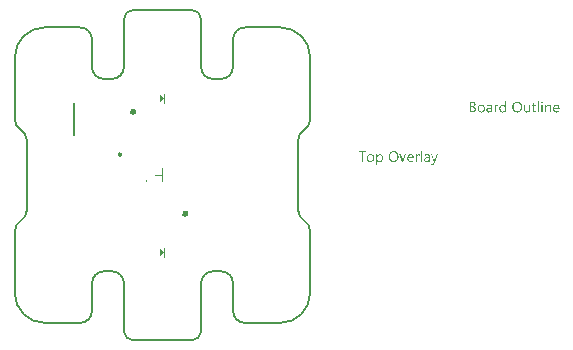
<source format=gto>
G04*
G04 #@! TF.GenerationSoftware,Altium Limited,Altium Designer,21.9.2 (33)*
G04*
G04 Layer_Color=65535*
%FSAX25Y25*%
%MOIN*%
G70*
G04*
G04 #@! TF.SameCoordinates,782488B1-D104-45AB-8946-8B4A8FA7571F*
G04*
G04*
G04 #@! TF.FilePolarity,Positive*
G04*
G01*
G75*
%ADD10C,0.00984*%
%ADD11C,0.01968*%
%ADD12C,0.00591*%
%ADD13C,0.00394*%
%ADD14C,0.00787*%
G36*
X0126532Y0024590D02*
X0126560Y0024583D01*
X0126588Y0024574D01*
X0126619Y0024559D01*
X0126650Y0024540D01*
X0126681Y0024515D01*
X0126684Y0024512D01*
X0126693Y0024503D01*
X0126705Y0024488D01*
X0126721Y0024466D01*
X0126733Y0024438D01*
X0126745Y0024407D01*
X0126755Y0024370D01*
X0126758Y0024330D01*
Y0024324D01*
Y0024311D01*
X0126755Y0024293D01*
X0126749Y0024265D01*
X0126739Y0024237D01*
X0126724Y0024206D01*
X0126705Y0024175D01*
X0126681Y0024145D01*
X0126677Y0024141D01*
X0126668Y0024132D01*
X0126650Y0024120D01*
X0126628Y0024108D01*
X0126600Y0024095D01*
X0126569Y0024083D01*
X0126535Y0024074D01*
X0126495Y0024070D01*
X0126477D01*
X0126458Y0024074D01*
X0126430Y0024080D01*
X0126402Y0024089D01*
X0126372Y0024101D01*
X0126341Y0024117D01*
X0126310Y0024141D01*
X0126307Y0024145D01*
X0126297Y0024154D01*
X0126285Y0024172D01*
X0126273Y0024194D01*
X0126260Y0024219D01*
X0126248Y0024253D01*
X0126239Y0024290D01*
X0126235Y0024330D01*
Y0024336D01*
Y0024349D01*
X0126239Y0024370D01*
X0126245Y0024395D01*
X0126254Y0024426D01*
X0126266Y0024457D01*
X0126285Y0024488D01*
X0126310Y0024515D01*
X0126313Y0024519D01*
X0126322Y0024528D01*
X0126341Y0024540D01*
X0126362Y0024556D01*
X0126390Y0024568D01*
X0126421Y0024580D01*
X0126455Y0024590D01*
X0126495Y0024593D01*
X0126514D01*
X0126532Y0024590D01*
D02*
G37*
G36*
X0000394Y0025591D02*
X-0000787Y0024016D01*
Y0027165D01*
X0000394Y0025591D01*
D02*
G37*
G36*
X0114565Y0020925D02*
X0114163D01*
Y0021348D01*
X0114154D01*
X0114151Y0021342D01*
X0114141Y0021327D01*
X0114123Y0021305D01*
X0114101Y0021274D01*
X0114070Y0021237D01*
X0114036Y0021197D01*
X0113993Y0021154D01*
X0113940Y0021107D01*
X0113885Y0021061D01*
X0113820Y0021017D01*
X0113749Y0020977D01*
X0113672Y0020940D01*
X0113588Y0020909D01*
X0113496Y0020888D01*
X0113397Y0020872D01*
X0113292Y0020866D01*
X0113270D01*
X0113245Y0020869D01*
X0113214Y0020872D01*
X0113174Y0020875D01*
X0113128Y0020885D01*
X0113075Y0020894D01*
X0113020Y0020909D01*
X0112961Y0020925D01*
X0112899Y0020950D01*
X0112837Y0020974D01*
X0112772Y0021008D01*
X0112711Y0021045D01*
X0112649Y0021092D01*
X0112590Y0021144D01*
X0112534Y0021203D01*
X0112531Y0021206D01*
X0112522Y0021218D01*
X0112510Y0021237D01*
X0112491Y0021265D01*
X0112470Y0021299D01*
X0112445Y0021339D01*
X0112420Y0021388D01*
X0112395Y0021444D01*
X0112368Y0021506D01*
X0112343Y0021574D01*
X0112318Y0021651D01*
X0112297Y0021731D01*
X0112278Y0021818D01*
X0112266Y0021914D01*
X0112256Y0022013D01*
X0112253Y0022118D01*
Y0022121D01*
Y0022124D01*
Y0022133D01*
Y0022145D01*
X0112256Y0022176D01*
X0112259Y0022220D01*
X0112263Y0022275D01*
X0112269Y0022334D01*
X0112278Y0022402D01*
X0112294Y0022476D01*
X0112309Y0022553D01*
X0112330Y0022637D01*
X0112355Y0022717D01*
X0112386Y0022804D01*
X0112420Y0022884D01*
X0112463Y0022964D01*
X0112510Y0023042D01*
X0112565Y0023116D01*
X0112568Y0023119D01*
X0112581Y0023131D01*
X0112599Y0023150D01*
X0112624Y0023174D01*
X0112655Y0023202D01*
X0112692Y0023236D01*
X0112738Y0023270D01*
X0112788Y0023304D01*
X0112847Y0023338D01*
X0112908Y0023372D01*
X0112976Y0023406D01*
X0113050Y0023434D01*
X0113131Y0023459D01*
X0113217Y0023477D01*
X0113307Y0023490D01*
X0113403Y0023493D01*
X0113424D01*
X0113452Y0023490D01*
X0113486Y0023486D01*
X0113530Y0023480D01*
X0113579Y0023471D01*
X0113631Y0023459D01*
X0113690Y0023443D01*
X0113752Y0023422D01*
X0113814Y0023394D01*
X0113875Y0023360D01*
X0113937Y0023320D01*
X0113996Y0023273D01*
X0114055Y0023221D01*
X0114107Y0023156D01*
X0114154Y0023085D01*
X0114163D01*
Y0024639D01*
X0114565D01*
Y0020925D01*
D02*
G37*
G36*
X0128779Y0023490D02*
X0128806D01*
X0128840Y0023483D01*
X0128881Y0023477D01*
X0128924Y0023471D01*
X0128970Y0023459D01*
X0129020Y0023446D01*
X0129072Y0023428D01*
X0129125Y0023406D01*
X0129177Y0023378D01*
X0129227Y0023347D01*
X0129276Y0023313D01*
X0129323Y0023270D01*
X0129366Y0023224D01*
X0129369Y0023221D01*
X0129375Y0023211D01*
X0129387Y0023196D01*
X0129400Y0023174D01*
X0129415Y0023147D01*
X0129434Y0023113D01*
X0129455Y0023072D01*
X0129477Y0023029D01*
X0129496Y0022977D01*
X0129517Y0022921D01*
X0129536Y0022856D01*
X0129551Y0022788D01*
X0129563Y0022714D01*
X0129576Y0022634D01*
X0129582Y0022550D01*
X0129585Y0022457D01*
Y0020925D01*
X0129183D01*
Y0022355D01*
Y0022359D01*
Y0022365D01*
Y0022374D01*
Y0022389D01*
X0129180Y0022408D01*
Y0022430D01*
X0129174Y0022479D01*
X0129165Y0022541D01*
X0129153Y0022609D01*
X0129134Y0022680D01*
X0129109Y0022754D01*
X0129078Y0022828D01*
X0129041Y0022899D01*
X0128995Y0022967D01*
X0128936Y0023029D01*
X0128871Y0023079D01*
X0128834Y0023100D01*
X0128791Y0023119D01*
X0128748Y0023134D01*
X0128701Y0023144D01*
X0128652Y0023150D01*
X0128599Y0023153D01*
X0128572D01*
X0128550Y0023150D01*
X0128525Y0023147D01*
X0128494Y0023140D01*
X0128460Y0023134D01*
X0128426Y0023125D01*
X0128386Y0023113D01*
X0128346Y0023097D01*
X0128306Y0023079D01*
X0128263Y0023057D01*
X0128222Y0023029D01*
X0128179Y0022998D01*
X0128139Y0022964D01*
X0128102Y0022924D01*
X0128099Y0022921D01*
X0128093Y0022915D01*
X0128083Y0022902D01*
X0128071Y0022884D01*
X0128056Y0022862D01*
X0128040Y0022835D01*
X0128022Y0022804D01*
X0128003Y0022770D01*
X0127984Y0022729D01*
X0127966Y0022686D01*
X0127951Y0022640D01*
X0127935Y0022590D01*
X0127923Y0022535D01*
X0127913Y0022479D01*
X0127907Y0022417D01*
X0127904Y0022355D01*
Y0020925D01*
X0127502D01*
Y0023434D01*
X0127904D01*
Y0023017D01*
X0127913D01*
X0127917Y0023023D01*
X0127926Y0023038D01*
X0127944Y0023060D01*
X0127966Y0023091D01*
X0127997Y0023128D01*
X0128031Y0023168D01*
X0128074Y0023211D01*
X0128123Y0023255D01*
X0128179Y0023298D01*
X0128241Y0023341D01*
X0128309Y0023381D01*
X0128380Y0023418D01*
X0128460Y0023449D01*
X0128547Y0023471D01*
X0128640Y0023486D01*
X0128738Y0023493D01*
X0128757D01*
X0128779Y0023490D01*
D02*
G37*
G36*
X0111802Y0023474D02*
X0111836D01*
X0111873Y0023468D01*
X0111913Y0023462D01*
X0111954Y0023456D01*
X0111988Y0023443D01*
Y0023026D01*
X0111981Y0023029D01*
X0111969Y0023038D01*
X0111944Y0023051D01*
X0111910Y0023066D01*
X0111864Y0023082D01*
X0111814Y0023094D01*
X0111753Y0023103D01*
X0111682Y0023106D01*
X0111657D01*
X0111638Y0023103D01*
X0111617Y0023100D01*
X0111592Y0023094D01*
X0111533Y0023076D01*
X0111499Y0023063D01*
X0111465Y0023048D01*
X0111428Y0023026D01*
X0111391Y0023004D01*
X0111357Y0022977D01*
X0111320Y0022943D01*
X0111286Y0022906D01*
X0111252Y0022862D01*
X0111249Y0022859D01*
X0111246Y0022850D01*
X0111237Y0022838D01*
X0111224Y0022819D01*
X0111212Y0022794D01*
X0111196Y0022763D01*
X0111181Y0022729D01*
X0111166Y0022689D01*
X0111150Y0022646D01*
X0111135Y0022596D01*
X0111119Y0022541D01*
X0111107Y0022482D01*
X0111094Y0022417D01*
X0111085Y0022349D01*
X0111082Y0022278D01*
X0111079Y0022201D01*
Y0020925D01*
X0110677D01*
Y0023434D01*
X0111079D01*
Y0022915D01*
X0111088D01*
Y0022918D01*
X0111091Y0022927D01*
X0111098Y0022940D01*
X0111104Y0022958D01*
X0111113Y0022980D01*
X0111125Y0023008D01*
X0111153Y0023066D01*
X0111190Y0023134D01*
X0111237Y0023202D01*
X0111289Y0023267D01*
X0111351Y0023329D01*
X0111354Y0023332D01*
X0111360Y0023335D01*
X0111370Y0023341D01*
X0111382Y0023354D01*
X0111397Y0023363D01*
X0111419Y0023375D01*
X0111465Y0023403D01*
X0111524Y0023431D01*
X0111592Y0023456D01*
X0111666Y0023471D01*
X0111706Y0023474D01*
X0111747Y0023477D01*
X0111771D01*
X0111802Y0023474D01*
D02*
G37*
G36*
X0122565Y0020925D02*
X0122163D01*
Y0021320D01*
X0122154D01*
X0122151Y0021314D01*
X0122141Y0021302D01*
X0122126Y0021277D01*
X0122107Y0021249D01*
X0122080Y0021215D01*
X0122046Y0021178D01*
X0122008Y0021135D01*
X0121962Y0021095D01*
X0121913Y0021052D01*
X0121854Y0021011D01*
X0121792Y0020971D01*
X0121721Y0020937D01*
X0121644Y0020909D01*
X0121563Y0020885D01*
X0121474Y0020872D01*
X0121378Y0020866D01*
X0121356D01*
X0121341Y0020869D01*
X0121319D01*
X0121295Y0020872D01*
X0121267Y0020878D01*
X0121239Y0020882D01*
X0121171Y0020900D01*
X0121094Y0020922D01*
X0121013Y0020956D01*
X0120973Y0020977D01*
X0120930Y0020999D01*
X0120887Y0021027D01*
X0120847Y0021055D01*
X0120806Y0021089D01*
X0120766Y0021126D01*
X0120726Y0021169D01*
X0120689Y0021212D01*
X0120655Y0021262D01*
X0120621Y0021317D01*
X0120593Y0021376D01*
X0120565Y0021438D01*
X0120541Y0021506D01*
X0120519Y0021580D01*
X0120504Y0021660D01*
X0120491Y0021744D01*
X0120485Y0021836D01*
X0120482Y0021932D01*
Y0023434D01*
X0120881D01*
Y0021997D01*
Y0021994D01*
Y0021988D01*
Y0021979D01*
Y0021963D01*
X0120884Y0021945D01*
Y0021923D01*
X0120890Y0021873D01*
X0120899Y0021812D01*
X0120912Y0021747D01*
X0120933Y0021673D01*
X0120958Y0021602D01*
X0120989Y0021527D01*
X0121029Y0021453D01*
X0121078Y0021388D01*
X0121137Y0021327D01*
X0121208Y0021277D01*
X0121245Y0021256D01*
X0121288Y0021237D01*
X0121335Y0021222D01*
X0121381Y0021212D01*
X0121434Y0021206D01*
X0121489Y0021203D01*
X0121517D01*
X0121539Y0021206D01*
X0121563Y0021209D01*
X0121591Y0021215D01*
X0121625Y0021222D01*
X0121659Y0021231D01*
X0121696Y0021240D01*
X0121737Y0021256D01*
X0121777Y0021274D01*
X0121817Y0021296D01*
X0121857Y0021320D01*
X0121897Y0021348D01*
X0121934Y0021382D01*
X0121971Y0021419D01*
X0121974Y0021422D01*
X0121981Y0021429D01*
X0121990Y0021441D01*
X0122002Y0021459D01*
X0122015Y0021481D01*
X0122033Y0021506D01*
X0122049Y0021537D01*
X0122067Y0021571D01*
X0122086Y0021611D01*
X0122101Y0021654D01*
X0122120Y0021700D01*
X0122132Y0021750D01*
X0122144Y0021805D01*
X0122154Y0021861D01*
X0122160Y0021923D01*
X0122163Y0021988D01*
Y0023434D01*
X0122565D01*
Y0020925D01*
D02*
G37*
G36*
X0126690D02*
X0126288D01*
Y0023434D01*
X0126690D01*
Y0020925D01*
D02*
G37*
G36*
X0125475D02*
X0125074D01*
Y0024639D01*
X0125475D01*
Y0020925D01*
D02*
G37*
G36*
X0109074Y0023490D02*
X0109095D01*
X0109117Y0023486D01*
X0109145Y0023483D01*
X0109176Y0023477D01*
X0109240Y0023465D01*
X0109318Y0023443D01*
X0109395Y0023415D01*
X0109478Y0023375D01*
X0109562Y0023326D01*
X0109602Y0023298D01*
X0109642Y0023264D01*
X0109679Y0023227D01*
X0109716Y0023190D01*
X0109750Y0023147D01*
X0109781Y0023097D01*
X0109812Y0023048D01*
X0109840Y0022992D01*
X0109862Y0022930D01*
X0109883Y0022865D01*
X0109899Y0022797D01*
X0109911Y0022720D01*
X0109917Y0022643D01*
X0109920Y0022556D01*
Y0020925D01*
X0109519D01*
Y0021314D01*
X0109509D01*
X0109506Y0021308D01*
X0109497Y0021296D01*
X0109482Y0021274D01*
X0109460Y0021243D01*
X0109432Y0021209D01*
X0109398Y0021172D01*
X0109361Y0021132D01*
X0109315Y0021092D01*
X0109262Y0021048D01*
X0109206Y0021008D01*
X0109142Y0020971D01*
X0109074Y0020937D01*
X0108996Y0020906D01*
X0108916Y0020885D01*
X0108830Y0020872D01*
X0108737Y0020866D01*
X0108700D01*
X0108675Y0020869D01*
X0108644Y0020872D01*
X0108607Y0020875D01*
X0108567Y0020882D01*
X0108524Y0020891D01*
X0108428Y0020916D01*
X0108381Y0020931D01*
X0108332Y0020950D01*
X0108283Y0020971D01*
X0108236Y0020999D01*
X0108193Y0021030D01*
X0108150Y0021064D01*
X0108147Y0021067D01*
X0108141Y0021073D01*
X0108131Y0021086D01*
X0108116Y0021101D01*
X0108100Y0021120D01*
X0108085Y0021144D01*
X0108063Y0021172D01*
X0108045Y0021203D01*
X0108026Y0021240D01*
X0108008Y0021280D01*
X0107989Y0021324D01*
X0107974Y0021370D01*
X0107958Y0021419D01*
X0107949Y0021472D01*
X0107943Y0021531D01*
X0107940Y0021589D01*
Y0021592D01*
Y0021599D01*
Y0021608D01*
X0107943Y0021620D01*
Y0021636D01*
X0107946Y0021654D01*
X0107952Y0021700D01*
X0107964Y0021756D01*
X0107983Y0021818D01*
X0108008Y0021886D01*
X0108045Y0021957D01*
X0108088Y0022028D01*
X0108141Y0022099D01*
X0108175Y0022133D01*
X0108209Y0022167D01*
X0108249Y0022201D01*
X0108289Y0022232D01*
X0108335Y0022263D01*
X0108385Y0022291D01*
X0108437Y0022315D01*
X0108496Y0022340D01*
X0108558Y0022362D01*
X0108623Y0022380D01*
X0108694Y0022396D01*
X0108768Y0022408D01*
X0109519Y0022513D01*
Y0022516D01*
Y0022519D01*
Y0022529D01*
Y0022541D01*
X0109516Y0022572D01*
X0109509Y0022612D01*
X0109503Y0022661D01*
X0109491Y0022717D01*
X0109475Y0022773D01*
X0109454Y0022835D01*
X0109426Y0022893D01*
X0109392Y0022952D01*
X0109352Y0023004D01*
X0109302Y0023054D01*
X0109240Y0023094D01*
X0109173Y0023125D01*
X0109135Y0023137D01*
X0109092Y0023147D01*
X0109049Y0023150D01*
X0109003Y0023153D01*
X0108981D01*
X0108959Y0023150D01*
X0108925Y0023147D01*
X0108885Y0023144D01*
X0108839Y0023137D01*
X0108786Y0023128D01*
X0108731Y0023116D01*
X0108669Y0023097D01*
X0108604Y0023079D01*
X0108536Y0023054D01*
X0108465Y0023023D01*
X0108394Y0022986D01*
X0108323Y0022946D01*
X0108252Y0022899D01*
X0108184Y0022844D01*
Y0023255D01*
X0108187Y0023258D01*
X0108199Y0023264D01*
X0108221Y0023276D01*
X0108249Y0023292D01*
X0108286Y0023310D01*
X0108326Y0023329D01*
X0108375Y0023350D01*
X0108431Y0023375D01*
X0108490Y0023397D01*
X0108555Y0023418D01*
X0108626Y0023437D01*
X0108700Y0023456D01*
X0108780Y0023471D01*
X0108861Y0023483D01*
X0108947Y0023490D01*
X0109037Y0023493D01*
X0109058D01*
X0109074Y0023490D01*
D02*
G37*
G36*
X0103437Y0024435D02*
X0103475Y0024432D01*
X0103518Y0024426D01*
X0103567Y0024420D01*
X0103623Y0024410D01*
X0103679Y0024398D01*
X0103737Y0024383D01*
X0103799Y0024364D01*
X0103858Y0024342D01*
X0103920Y0024318D01*
X0103975Y0024287D01*
X0104031Y0024253D01*
X0104083Y0024213D01*
X0104086Y0024209D01*
X0104096Y0024203D01*
X0104108Y0024191D01*
X0104123Y0024172D01*
X0104145Y0024151D01*
X0104167Y0024123D01*
X0104192Y0024092D01*
X0104216Y0024058D01*
X0104241Y0024018D01*
X0104266Y0023975D01*
X0104287Y0023925D01*
X0104309Y0023876D01*
X0104324Y0023820D01*
X0104337Y0023762D01*
X0104346Y0023700D01*
X0104349Y0023635D01*
Y0023632D01*
Y0023622D01*
Y0023607D01*
X0104346Y0023585D01*
X0104343Y0023558D01*
X0104340Y0023530D01*
X0104337Y0023496D01*
X0104331Y0023459D01*
X0104309Y0023375D01*
X0104281Y0023289D01*
X0104263Y0023242D01*
X0104241Y0023199D01*
X0104216Y0023156D01*
X0104188Y0023113D01*
X0104185Y0023110D01*
X0104182Y0023103D01*
X0104173Y0023091D01*
X0104157Y0023076D01*
X0104142Y0023060D01*
X0104123Y0023038D01*
X0104099Y0023017D01*
X0104074Y0022992D01*
X0104043Y0022967D01*
X0104009Y0022940D01*
X0103972Y0022915D01*
X0103932Y0022887D01*
X0103889Y0022862D01*
X0103845Y0022841D01*
X0103743Y0022801D01*
Y0022791D01*
X0103746D01*
X0103759Y0022788D01*
X0103777Y0022785D01*
X0103802Y0022782D01*
X0103833Y0022776D01*
X0103867Y0022767D01*
X0103907Y0022754D01*
X0103947Y0022742D01*
X0104037Y0022708D01*
X0104086Y0022686D01*
X0104133Y0022658D01*
X0104179Y0022630D01*
X0104226Y0022600D01*
X0104272Y0022562D01*
X0104312Y0022522D01*
X0104315Y0022519D01*
X0104321Y0022513D01*
X0104331Y0022501D01*
X0104346Y0022482D01*
X0104361Y0022457D01*
X0104380Y0022433D01*
X0104399Y0022399D01*
X0104420Y0022365D01*
X0104439Y0022325D01*
X0104457Y0022278D01*
X0104476Y0022232D01*
X0104491Y0022179D01*
X0104507Y0022121D01*
X0104516Y0022062D01*
X0104522Y0022000D01*
X0104525Y0021932D01*
Y0021926D01*
Y0021914D01*
X0104522Y0021889D01*
X0104519Y0021858D01*
X0104516Y0021818D01*
X0104507Y0021775D01*
X0104497Y0021725D01*
X0104485Y0021673D01*
X0104466Y0021614D01*
X0104445Y0021555D01*
X0104420Y0021497D01*
X0104389Y0021435D01*
X0104352Y0021373D01*
X0104309Y0021314D01*
X0104260Y0021259D01*
X0104201Y0021203D01*
X0104198Y0021200D01*
X0104185Y0021191D01*
X0104167Y0021178D01*
X0104142Y0021160D01*
X0104111Y0021138D01*
X0104071Y0021116D01*
X0104028Y0021089D01*
X0103978Y0021064D01*
X0103920Y0021039D01*
X0103858Y0021014D01*
X0103793Y0020990D01*
X0103719Y0020968D01*
X0103641Y0020950D01*
X0103561Y0020937D01*
X0103475Y0020928D01*
X0103385Y0020925D01*
X0102362D01*
Y0024438D01*
X0103403D01*
X0103437Y0024435D01*
D02*
G37*
G36*
X0123906Y0023434D02*
X0124539D01*
Y0023088D01*
X0123906D01*
Y0021676D01*
Y0021673D01*
Y0021663D01*
Y0021651D01*
Y0021636D01*
X0123909Y0021614D01*
X0123912Y0021589D01*
X0123918Y0021537D01*
X0123927Y0021475D01*
X0123943Y0021416D01*
X0123964Y0021361D01*
X0123977Y0021336D01*
X0123992Y0021314D01*
X0123995Y0021311D01*
X0124008Y0021299D01*
X0124029Y0021280D01*
X0124060Y0021262D01*
X0124100Y0021240D01*
X0124150Y0021225D01*
X0124208Y0021212D01*
X0124276Y0021206D01*
X0124301D01*
X0124329Y0021209D01*
X0124366Y0021215D01*
X0124406Y0021228D01*
X0124453Y0021240D01*
X0124496Y0021262D01*
X0124539Y0021290D01*
Y0020946D01*
X0124536D01*
X0124533Y0020943D01*
X0124524Y0020940D01*
X0124514Y0020934D01*
X0124480Y0020922D01*
X0124440Y0020909D01*
X0124385Y0020897D01*
X0124320Y0020885D01*
X0124246Y0020875D01*
X0124162Y0020872D01*
X0124134D01*
X0124100Y0020878D01*
X0124060Y0020885D01*
X0124011Y0020894D01*
X0123955Y0020912D01*
X0123893Y0020934D01*
X0123835Y0020965D01*
X0123773Y0021002D01*
X0123711Y0021052D01*
X0123655Y0021110D01*
X0123631Y0021144D01*
X0123606Y0021181D01*
X0123584Y0021222D01*
X0123566Y0021265D01*
X0123547Y0021311D01*
X0123532Y0021364D01*
X0123519Y0021416D01*
X0123510Y0021475D01*
X0123507Y0021537D01*
X0123504Y0021605D01*
Y0023088D01*
X0123074D01*
Y0023434D01*
X0123504D01*
Y0024046D01*
X0123906Y0024175D01*
Y0023434D01*
D02*
G37*
G36*
X0131374Y0023490D02*
X0131408Y0023486D01*
X0131451Y0023483D01*
X0131498Y0023477D01*
X0131550Y0023465D01*
X0131606Y0023452D01*
X0131668Y0023437D01*
X0131730Y0023415D01*
X0131791Y0023388D01*
X0131856Y0023357D01*
X0131918Y0023320D01*
X0131977Y0023276D01*
X0132036Y0023227D01*
X0132088Y0023171D01*
X0132091Y0023168D01*
X0132100Y0023156D01*
X0132113Y0023137D01*
X0132131Y0023113D01*
X0132150Y0023082D01*
X0132175Y0023042D01*
X0132199Y0022995D01*
X0132224Y0022943D01*
X0132249Y0022881D01*
X0132273Y0022816D01*
X0132298Y0022742D01*
X0132317Y0022664D01*
X0132335Y0022578D01*
X0132348Y0022488D01*
X0132357Y0022389D01*
X0132360Y0022287D01*
Y0022077D01*
X0130586D01*
Y0022071D01*
Y0022059D01*
X0130589Y0022037D01*
X0130592Y0022009D01*
X0130596Y0021972D01*
X0130602Y0021932D01*
X0130608Y0021889D01*
X0130620Y0021839D01*
X0130648Y0021734D01*
X0130667Y0021682D01*
X0130688Y0021626D01*
X0130713Y0021574D01*
X0130741Y0021521D01*
X0130775Y0021475D01*
X0130812Y0021429D01*
X0130815Y0021425D01*
X0130821Y0021419D01*
X0130833Y0021407D01*
X0130852Y0021395D01*
X0130874Y0021376D01*
X0130901Y0021358D01*
X0130932Y0021336D01*
X0130966Y0021317D01*
X0131007Y0021296D01*
X0131053Y0021274D01*
X0131099Y0021256D01*
X0131155Y0021237D01*
X0131210Y0021225D01*
X0131272Y0021212D01*
X0131337Y0021206D01*
X0131405Y0021203D01*
X0131424D01*
X0131445Y0021206D01*
X0131476D01*
X0131513Y0021212D01*
X0131556Y0021218D01*
X0131606Y0021228D01*
X0131662Y0021237D01*
X0131720Y0021252D01*
X0131782Y0021271D01*
X0131847Y0021293D01*
X0131912Y0021320D01*
X0131980Y0021351D01*
X0132048Y0021388D01*
X0132116Y0021432D01*
X0132184Y0021481D01*
Y0021104D01*
X0132181Y0021101D01*
X0132168Y0021095D01*
X0132150Y0021082D01*
X0132125Y0021067D01*
X0132091Y0021048D01*
X0132051Y0021030D01*
X0132005Y0021008D01*
X0131952Y0020987D01*
X0131890Y0020962D01*
X0131825Y0020940D01*
X0131754Y0020922D01*
X0131677Y0020903D01*
X0131594Y0020888D01*
X0131504Y0020875D01*
X0131408Y0020869D01*
X0131309Y0020866D01*
X0131285D01*
X0131260Y0020869D01*
X0131223Y0020872D01*
X0131176Y0020875D01*
X0131124Y0020885D01*
X0131068Y0020894D01*
X0131007Y0020909D01*
X0130942Y0020928D01*
X0130874Y0020950D01*
X0130803Y0020977D01*
X0130735Y0021008D01*
X0130664Y0021048D01*
X0130599Y0021095D01*
X0130534Y0021147D01*
X0130475Y0021206D01*
X0130472Y0021209D01*
X0130463Y0021222D01*
X0130447Y0021243D01*
X0130429Y0021271D01*
X0130404Y0021305D01*
X0130379Y0021348D01*
X0130351Y0021398D01*
X0130324Y0021456D01*
X0130296Y0021518D01*
X0130268Y0021592D01*
X0130243Y0021669D01*
X0130219Y0021756D01*
X0130200Y0021849D01*
X0130185Y0021948D01*
X0130175Y0022056D01*
X0130172Y0022167D01*
Y0022170D01*
Y0022173D01*
Y0022183D01*
Y0022192D01*
X0130175Y0022223D01*
X0130178Y0022266D01*
X0130182Y0022315D01*
X0130191Y0022371D01*
X0130200Y0022436D01*
X0130212Y0022507D01*
X0130231Y0022581D01*
X0130253Y0022658D01*
X0130280Y0022739D01*
X0130311Y0022819D01*
X0130348Y0022896D01*
X0130395Y0022977D01*
X0130444Y0023051D01*
X0130503Y0023122D01*
X0130506Y0023125D01*
X0130518Y0023137D01*
X0130537Y0023156D01*
X0130561Y0023180D01*
X0130596Y0023208D01*
X0130636Y0023239D01*
X0130679Y0023273D01*
X0130731Y0023307D01*
X0130787Y0023341D01*
X0130852Y0023375D01*
X0130920Y0023406D01*
X0130991Y0023434D01*
X0131068Y0023459D01*
X0131152Y0023477D01*
X0131238Y0023490D01*
X0131328Y0023493D01*
X0131350D01*
X0131374Y0023490D01*
D02*
G37*
G36*
X0118331Y0024494D02*
X0118353D01*
X0118375Y0024491D01*
X0118402D01*
X0118464Y0024481D01*
X0118535Y0024472D01*
X0118616Y0024457D01*
X0118702Y0024435D01*
X0118792Y0024410D01*
X0118887Y0024376D01*
X0118983Y0024336D01*
X0119082Y0024290D01*
X0119181Y0024234D01*
X0119274Y0024169D01*
X0119367Y0024092D01*
X0119453Y0024006D01*
X0119459Y0023999D01*
X0119472Y0023984D01*
X0119493Y0023956D01*
X0119524Y0023916D01*
X0119555Y0023866D01*
X0119595Y0023808D01*
X0119635Y0023740D01*
X0119676Y0023663D01*
X0119716Y0023573D01*
X0119756Y0023477D01*
X0119796Y0023372D01*
X0119830Y0023258D01*
X0119858Y0023134D01*
X0119879Y0023004D01*
X0119892Y0022869D01*
X0119898Y0022723D01*
Y0022720D01*
Y0022714D01*
Y0022702D01*
Y0022686D01*
X0119895Y0022664D01*
Y0022640D01*
X0119892Y0022612D01*
Y0022581D01*
X0119889Y0022547D01*
X0119886Y0022510D01*
X0119873Y0022427D01*
X0119861Y0022331D01*
X0119842Y0022232D01*
X0119818Y0022124D01*
X0119787Y0022013D01*
X0119750Y0021901D01*
X0119706Y0021787D01*
X0119654Y0021676D01*
X0119592Y0021565D01*
X0119521Y0021463D01*
X0119441Y0021364D01*
X0119434Y0021358D01*
X0119419Y0021342D01*
X0119394Y0021317D01*
X0119357Y0021286D01*
X0119311Y0021249D01*
X0119255Y0021206D01*
X0119193Y0021163D01*
X0119119Y0021116D01*
X0119036Y0021070D01*
X0118943Y0021024D01*
X0118844Y0020980D01*
X0118736Y0020943D01*
X0118619Y0020912D01*
X0118495Y0020888D01*
X0118362Y0020872D01*
X0118223Y0020866D01*
X0118189D01*
X0118174Y0020869D01*
X0118152D01*
X0118127Y0020872D01*
X0118100Y0020875D01*
X0118035Y0020882D01*
X0117964Y0020891D01*
X0117880Y0020906D01*
X0117794Y0020928D01*
X0117698Y0020953D01*
X0117602Y0020987D01*
X0117503Y0021027D01*
X0117401Y0021073D01*
X0117302Y0021129D01*
X0117207Y0021197D01*
X0117111Y0021271D01*
X0117024Y0021358D01*
X0117018Y0021364D01*
X0117006Y0021379D01*
X0116984Y0021407D01*
X0116953Y0021447D01*
X0116919Y0021497D01*
X0116882Y0021555D01*
X0116842Y0021623D01*
X0116802Y0021703D01*
X0116759Y0021790D01*
X0116718Y0021886D01*
X0116681Y0021991D01*
X0116647Y0022105D01*
X0116616Y0022229D01*
X0116595Y0022359D01*
X0116582Y0022495D01*
X0116576Y0022640D01*
Y0022643D01*
Y0022649D01*
Y0022661D01*
Y0022677D01*
X0116579Y0022698D01*
Y0022720D01*
X0116582Y0022748D01*
Y0022779D01*
X0116586Y0022813D01*
X0116592Y0022853D01*
X0116601Y0022933D01*
X0116613Y0023026D01*
X0116635Y0023125D01*
X0116656Y0023233D01*
X0116687Y0023341D01*
X0116725Y0023452D01*
X0116768Y0023567D01*
X0116820Y0023678D01*
X0116882Y0023786D01*
X0116953Y0023891D01*
X0117034Y0023990D01*
X0117040Y0023996D01*
X0117055Y0024012D01*
X0117080Y0024036D01*
X0117117Y0024070D01*
X0117163Y0024108D01*
X0117222Y0024151D01*
X0117287Y0024197D01*
X0117361Y0024243D01*
X0117448Y0024290D01*
X0117540Y0024336D01*
X0117642Y0024379D01*
X0117754Y0024417D01*
X0117874Y0024451D01*
X0118001Y0024475D01*
X0118137Y0024491D01*
X0118282Y0024497D01*
X0118313D01*
X0118331Y0024494D01*
D02*
G37*
G36*
X0106345Y0023490D02*
X0106385Y0023486D01*
X0106432Y0023483D01*
X0106487Y0023474D01*
X0106546Y0023465D01*
X0106611Y0023449D01*
X0106682Y0023431D01*
X0106753Y0023409D01*
X0106824Y0023381D01*
X0106898Y0023347D01*
X0106969Y0023307D01*
X0107041Y0023261D01*
X0107105Y0023208D01*
X0107167Y0023147D01*
X0107170Y0023144D01*
X0107179Y0023131D01*
X0107195Y0023110D01*
X0107217Y0023082D01*
X0107241Y0023048D01*
X0107266Y0023004D01*
X0107297Y0022955D01*
X0107325Y0022896D01*
X0107356Y0022831D01*
X0107383Y0022760D01*
X0107408Y0022683D01*
X0107433Y0022596D01*
X0107455Y0022504D01*
X0107470Y0022405D01*
X0107479Y0022300D01*
X0107482Y0022189D01*
Y0022186D01*
Y0022183D01*
Y0022173D01*
Y0022161D01*
X0107479Y0022130D01*
X0107476Y0022090D01*
X0107473Y0022037D01*
X0107464Y0021979D01*
X0107455Y0021914D01*
X0107439Y0021843D01*
X0107421Y0021768D01*
X0107399Y0021688D01*
X0107371Y0021608D01*
X0107340Y0021527D01*
X0107300Y0021447D01*
X0107254Y0021370D01*
X0107201Y0021296D01*
X0107142Y0021225D01*
X0107139Y0021222D01*
X0107127Y0021209D01*
X0107108Y0021191D01*
X0107081Y0021169D01*
X0107047Y0021141D01*
X0107007Y0021110D01*
X0106957Y0021079D01*
X0106901Y0021045D01*
X0106840Y0021011D01*
X0106772Y0020980D01*
X0106697Y0020950D01*
X0106617Y0020922D01*
X0106527Y0020900D01*
X0106435Y0020882D01*
X0106339Y0020869D01*
X0106234Y0020866D01*
X0106209D01*
X0106181Y0020869D01*
X0106141Y0020872D01*
X0106095Y0020875D01*
X0106039Y0020885D01*
X0105981Y0020894D01*
X0105916Y0020909D01*
X0105845Y0020928D01*
X0105774Y0020953D01*
X0105699Y0020980D01*
X0105625Y0021014D01*
X0105551Y0021055D01*
X0105477Y0021101D01*
X0105409Y0021154D01*
X0105344Y0021215D01*
X0105341Y0021218D01*
X0105329Y0021231D01*
X0105313Y0021252D01*
X0105291Y0021280D01*
X0105267Y0021314D01*
X0105239Y0021358D01*
X0105211Y0021407D01*
X0105180Y0021466D01*
X0105149Y0021527D01*
X0105119Y0021599D01*
X0105091Y0021676D01*
X0105066Y0021759D01*
X0105044Y0021846D01*
X0105029Y0021941D01*
X0105017Y0022043D01*
X0105013Y0022149D01*
Y0022152D01*
Y0022155D01*
Y0022164D01*
Y0022176D01*
X0105017Y0022210D01*
X0105020Y0022254D01*
X0105023Y0022306D01*
X0105032Y0022368D01*
X0105041Y0022436D01*
X0105057Y0022510D01*
X0105075Y0022587D01*
X0105097Y0022668D01*
X0105125Y0022751D01*
X0105159Y0022835D01*
X0105199Y0022915D01*
X0105242Y0022992D01*
X0105295Y0023066D01*
X0105356Y0023137D01*
X0105359Y0023140D01*
X0105372Y0023153D01*
X0105394Y0023171D01*
X0105421Y0023193D01*
X0105455Y0023221D01*
X0105499Y0023248D01*
X0105548Y0023282D01*
X0105604Y0023316D01*
X0105665Y0023347D01*
X0105736Y0023381D01*
X0105814Y0023409D01*
X0105897Y0023437D01*
X0105987Y0023459D01*
X0106083Y0023477D01*
X0106184Y0023490D01*
X0106293Y0023493D01*
X0106317D01*
X0106345Y0023490D01*
D02*
G37*
G36*
X0072557Y0006993D02*
X0072591Y0006990D01*
X0072631Y0006987D01*
X0072678Y0006978D01*
X0072730Y0006968D01*
X0072789Y0006953D01*
X0072848Y0006934D01*
X0072909Y0006913D01*
X0072971Y0006885D01*
X0073036Y0006854D01*
X0073098Y0006814D01*
X0073157Y0006768D01*
X0073215Y0006715D01*
X0073268Y0006656D01*
X0073271Y0006653D01*
X0073280Y0006641D01*
X0073292Y0006622D01*
X0073311Y0006594D01*
X0073330Y0006560D01*
X0073354Y0006520D01*
X0073379Y0006471D01*
X0073404Y0006418D01*
X0073428Y0006357D01*
X0073453Y0006289D01*
X0073478Y0006214D01*
X0073497Y0006134D01*
X0073515Y0006047D01*
X0073527Y0005955D01*
X0073537Y0005856D01*
X0073540Y0005754D01*
Y0005751D01*
Y0005748D01*
Y0005739D01*
Y0005726D01*
X0073537Y0005692D01*
X0073534Y0005649D01*
X0073531Y0005596D01*
X0073524Y0005535D01*
X0073515Y0005467D01*
X0073503Y0005393D01*
X0073484Y0005315D01*
X0073466Y0005232D01*
X0073441Y0005148D01*
X0073410Y0005065D01*
X0073376Y0004981D01*
X0073336Y0004898D01*
X0073286Y0004821D01*
X0073234Y0004747D01*
X0073231Y0004744D01*
X0073218Y0004731D01*
X0073203Y0004713D01*
X0073178Y0004688D01*
X0073147Y0004660D01*
X0073110Y0004626D01*
X0073064Y0004592D01*
X0073014Y0004558D01*
X0072959Y0004524D01*
X0072894Y0004490D01*
X0072826Y0004456D01*
X0072752Y0004428D01*
X0072671Y0004404D01*
X0072585Y0004385D01*
X0072492Y0004373D01*
X0072396Y0004370D01*
X0072375D01*
X0072350Y0004373D01*
X0072316Y0004376D01*
X0072276Y0004382D01*
X0072230Y0004391D01*
X0072177Y0004404D01*
X0072118Y0004422D01*
X0072060Y0004444D01*
X0071998Y0004472D01*
X0071936Y0004506D01*
X0071871Y0004546D01*
X0071809Y0004595D01*
X0071751Y0004651D01*
X0071695Y0004716D01*
X0071643Y0004790D01*
X0071633D01*
Y0003276D01*
X0071232D01*
Y0006938D01*
X0071633D01*
Y0006496D01*
X0071643D01*
X0071646Y0006502D01*
X0071658Y0006517D01*
X0071673Y0006542D01*
X0071698Y0006573D01*
X0071729Y0006613D01*
X0071766Y0006653D01*
X0071812Y0006700D01*
X0071862Y0006746D01*
X0071921Y0006792D01*
X0071986Y0006839D01*
X0072057Y0006879D01*
X0072134Y0006919D01*
X0072217Y0006950D01*
X0072310Y0006974D01*
X0072406Y0006990D01*
X0072511Y0006996D01*
X0072532D01*
X0072557Y0006993D01*
D02*
G37*
G36*
X0085492Y0006978D02*
X0085526D01*
X0085563Y0006972D01*
X0085603Y0006965D01*
X0085643Y0006959D01*
X0085677Y0006947D01*
Y0006530D01*
X0085671Y0006533D01*
X0085659Y0006542D01*
X0085634Y0006554D01*
X0085600Y0006570D01*
X0085554Y0006585D01*
X0085504Y0006598D01*
X0085442Y0006607D01*
X0085371Y0006610D01*
X0085347D01*
X0085328Y0006607D01*
X0085306Y0006604D01*
X0085282Y0006598D01*
X0085223Y0006579D01*
X0085189Y0006567D01*
X0085155Y0006551D01*
X0085118Y0006530D01*
X0085081Y0006508D01*
X0085047Y0006480D01*
X0085010Y0006446D01*
X0084976Y0006409D01*
X0084942Y0006366D01*
X0084939Y0006363D01*
X0084936Y0006353D01*
X0084926Y0006341D01*
X0084914Y0006323D01*
X0084902Y0006298D01*
X0084886Y0006267D01*
X0084871Y0006233D01*
X0084855Y0006193D01*
X0084840Y0006149D01*
X0084824Y0006100D01*
X0084809Y0006044D01*
X0084797Y0005986D01*
X0084784Y0005921D01*
X0084775Y0005853D01*
X0084772Y0005782D01*
X0084769Y0005705D01*
Y0004428D01*
X0084367D01*
Y0006938D01*
X0084769D01*
Y0006418D01*
X0084778D01*
Y0006421D01*
X0084781Y0006431D01*
X0084787Y0006443D01*
X0084794Y0006462D01*
X0084803Y0006483D01*
X0084815Y0006511D01*
X0084843Y0006570D01*
X0084880Y0006638D01*
X0084926Y0006706D01*
X0084979Y0006771D01*
X0085041Y0006832D01*
X0085044Y0006836D01*
X0085050Y0006839D01*
X0085059Y0006845D01*
X0085072Y0006857D01*
X0085087Y0006866D01*
X0085109Y0006879D01*
X0085155Y0006907D01*
X0085214Y0006934D01*
X0085282Y0006959D01*
X0085356Y0006974D01*
X0085396Y0006978D01*
X0085436Y0006981D01*
X0085461D01*
X0085492Y0006978D01*
D02*
G37*
G36*
X0090723Y0004027D02*
Y0004024D01*
X0090720Y0004017D01*
X0090714Y0004008D01*
X0090708Y0003993D01*
X0090702Y0003974D01*
X0090692Y0003956D01*
X0090668Y0003906D01*
X0090634Y0003847D01*
X0090596Y0003779D01*
X0090550Y0003712D01*
X0090498Y0003637D01*
X0090439Y0003566D01*
X0090374Y0003495D01*
X0090303Y0003427D01*
X0090226Y0003368D01*
X0090142Y0003319D01*
X0090099Y0003300D01*
X0090053Y0003282D01*
X0090006Y0003266D01*
X0089957Y0003257D01*
X0089907Y0003251D01*
X0089855Y0003248D01*
X0089830D01*
X0089799Y0003251D01*
X0089762D01*
X0089722Y0003257D01*
X0089679Y0003263D01*
X0089632Y0003270D01*
X0089592Y0003282D01*
Y0003640D01*
X0089599Y0003637D01*
X0089614Y0003634D01*
X0089639Y0003628D01*
X0089670Y0003619D01*
X0089707Y0003610D01*
X0089747Y0003603D01*
X0089790Y0003600D01*
X0089830Y0003597D01*
X0089843D01*
X0089858Y0003600D01*
X0089880Y0003603D01*
X0089904Y0003610D01*
X0089935Y0003616D01*
X0089966Y0003628D01*
X0090003Y0003644D01*
X0090037Y0003662D01*
X0090077Y0003687D01*
X0090114Y0003715D01*
X0090152Y0003749D01*
X0090189Y0003792D01*
X0090226Y0003838D01*
X0090257Y0003894D01*
X0090288Y0003959D01*
X0090488Y0004431D01*
X0089509Y0006938D01*
X0089954D01*
X0090634Y0005006D01*
Y0005003D01*
X0090637Y0004997D01*
X0090640Y0004988D01*
X0090646Y0004969D01*
X0090652Y0004944D01*
X0090658Y0004910D01*
X0090671Y0004867D01*
X0090683Y0004815D01*
X0090698D01*
Y0004818D01*
X0090702Y0004827D01*
X0090705Y0004839D01*
X0090711Y0004861D01*
X0090717Y0004886D01*
X0090723Y0004917D01*
X0090736Y0004957D01*
X0090748Y0005000D01*
X0091462Y0006938D01*
X0091876D01*
X0090723Y0004027D01*
D02*
G37*
G36*
X0080313Y0004428D02*
X0079918D01*
X0078969Y0006938D01*
X0079408D01*
X0080047Y0005114D01*
Y0005111D01*
X0080050Y0005105D01*
X0080053Y0005096D01*
X0080060Y0005080D01*
X0080066Y0005062D01*
X0080072Y0005043D01*
X0080084Y0004994D01*
X0080100Y0004941D01*
X0080115Y0004883D01*
X0080124Y0004821D01*
X0080134Y0004762D01*
X0080143D01*
Y0004765D01*
Y0004771D01*
X0080146Y0004781D01*
X0080149Y0004793D01*
Y0004812D01*
X0080155Y0004830D01*
X0080162Y0004876D01*
X0080174Y0004929D01*
X0080186Y0004985D01*
X0080205Y0005043D01*
X0080223Y0005102D01*
X0080888Y0006938D01*
X0081311D01*
X0080313Y0004428D01*
D02*
G37*
G36*
X0088276Y0006993D02*
X0088298D01*
X0088319Y0006990D01*
X0088347Y0006987D01*
X0088378Y0006981D01*
X0088443Y0006968D01*
X0088520Y0006947D01*
X0088597Y0006919D01*
X0088681Y0006879D01*
X0088764Y0006829D01*
X0088804Y0006802D01*
X0088845Y0006768D01*
X0088882Y0006730D01*
X0088919Y0006693D01*
X0088953Y0006650D01*
X0088984Y0006601D01*
X0089014Y0006551D01*
X0089042Y0006496D01*
X0089064Y0006434D01*
X0089086Y0006369D01*
X0089101Y0006301D01*
X0089113Y0006224D01*
X0089119Y0006146D01*
X0089123Y0006060D01*
Y0004428D01*
X0088721D01*
Y0004818D01*
X0088712D01*
X0088709Y0004812D01*
X0088699Y0004799D01*
X0088684Y0004778D01*
X0088662Y0004747D01*
X0088634Y0004713D01*
X0088600Y0004676D01*
X0088563Y0004635D01*
X0088517Y0004595D01*
X0088464Y0004552D01*
X0088409Y0004512D01*
X0088344Y0004475D01*
X0088276Y0004441D01*
X0088199Y0004410D01*
X0088118Y0004388D01*
X0088032Y0004376D01*
X0087939Y0004370D01*
X0087902D01*
X0087877Y0004373D01*
X0087846Y0004376D01*
X0087809Y0004379D01*
X0087769Y0004385D01*
X0087726Y0004394D01*
X0087630Y0004419D01*
X0087584Y0004435D01*
X0087534Y0004453D01*
X0087485Y0004475D01*
X0087438Y0004502D01*
X0087395Y0004533D01*
X0087352Y0004567D01*
X0087349Y0004571D01*
X0087343Y0004577D01*
X0087334Y0004589D01*
X0087318Y0004605D01*
X0087303Y0004623D01*
X0087287Y0004648D01*
X0087265Y0004676D01*
X0087247Y0004707D01*
X0087228Y0004744D01*
X0087210Y0004784D01*
X0087191Y0004827D01*
X0087176Y0004873D01*
X0087160Y0004923D01*
X0087151Y0004975D01*
X0087145Y0005034D01*
X0087142Y0005093D01*
Y0005096D01*
Y0005102D01*
Y0005111D01*
X0087145Y0005124D01*
Y0005139D01*
X0087148Y0005158D01*
X0087154Y0005204D01*
X0087167Y0005260D01*
X0087185Y0005321D01*
X0087210Y0005389D01*
X0087247Y0005460D01*
X0087290Y0005531D01*
X0087343Y0005603D01*
X0087377Y0005637D01*
X0087411Y0005671D01*
X0087451Y0005705D01*
X0087491Y0005736D01*
X0087537Y0005766D01*
X0087587Y0005794D01*
X0087639Y0005819D01*
X0087698Y0005844D01*
X0087760Y0005865D01*
X0087825Y0005884D01*
X0087896Y0005899D01*
X0087970Y0005912D01*
X0088721Y0006017D01*
Y0006020D01*
Y0006023D01*
Y0006032D01*
Y0006044D01*
X0088718Y0006075D01*
X0088712Y0006115D01*
X0088705Y0006165D01*
X0088693Y0006221D01*
X0088678Y0006276D01*
X0088656Y0006338D01*
X0088628Y0006397D01*
X0088594Y0006455D01*
X0088554Y0006508D01*
X0088505Y0006557D01*
X0088443Y0006598D01*
X0088375Y0006628D01*
X0088338Y0006641D01*
X0088295Y0006650D01*
X0088251Y0006653D01*
X0088205Y0006656D01*
X0088183D01*
X0088162Y0006653D01*
X0088128Y0006650D01*
X0088087Y0006647D01*
X0088041Y0006641D01*
X0087989Y0006632D01*
X0087933Y0006619D01*
X0087871Y0006601D01*
X0087806Y0006582D01*
X0087738Y0006557D01*
X0087667Y0006526D01*
X0087596Y0006489D01*
X0087525Y0006449D01*
X0087454Y0006403D01*
X0087386Y0006347D01*
Y0006758D01*
X0087389Y0006761D01*
X0087401Y0006768D01*
X0087423Y0006780D01*
X0087451Y0006795D01*
X0087488Y0006814D01*
X0087528Y0006832D01*
X0087578Y0006854D01*
X0087633Y0006879D01*
X0087692Y0006900D01*
X0087757Y0006922D01*
X0087828Y0006941D01*
X0087902Y0006959D01*
X0087982Y0006974D01*
X0088063Y0006987D01*
X0088149Y0006993D01*
X0088239Y0006996D01*
X0088261D01*
X0088276Y0006993D01*
D02*
G37*
G36*
X0086515Y0004428D02*
X0086113D01*
Y0008143D01*
X0086515D01*
Y0004428D01*
D02*
G37*
G36*
X0067792Y0007568D02*
X0066779D01*
Y0004428D01*
X0066368D01*
Y0007568D01*
X0065354D01*
Y0007942D01*
X0067792D01*
Y0007568D01*
D02*
G37*
G36*
X0082776Y0006993D02*
X0082810Y0006990D01*
X0082853Y0006987D01*
X0082899Y0006981D01*
X0082952Y0006968D01*
X0083008Y0006956D01*
X0083069Y0006941D01*
X0083131Y0006919D01*
X0083193Y0006891D01*
X0083258Y0006860D01*
X0083320Y0006823D01*
X0083378Y0006780D01*
X0083437Y0006730D01*
X0083490Y0006675D01*
X0083493Y0006672D01*
X0083502Y0006659D01*
X0083514Y0006641D01*
X0083533Y0006616D01*
X0083551Y0006585D01*
X0083576Y0006545D01*
X0083601Y0006499D01*
X0083626Y0006446D01*
X0083650Y0006384D01*
X0083675Y0006319D01*
X0083700Y0006245D01*
X0083718Y0006168D01*
X0083737Y0006081D01*
X0083749Y0005992D01*
X0083758Y0005893D01*
X0083762Y0005791D01*
Y0005581D01*
X0081988D01*
Y0005575D01*
Y0005562D01*
X0081991Y0005541D01*
X0081994Y0005513D01*
X0081997Y0005476D01*
X0082003Y0005436D01*
X0082009Y0005393D01*
X0082022Y0005343D01*
X0082050Y0005238D01*
X0082068Y0005185D01*
X0082090Y0005130D01*
X0082114Y0005077D01*
X0082142Y0005025D01*
X0082176Y0004978D01*
X0082213Y0004932D01*
X0082216Y0004929D01*
X0082223Y0004923D01*
X0082235Y0004910D01*
X0082253Y0004898D01*
X0082275Y0004879D01*
X0082303Y0004861D01*
X0082334Y0004839D01*
X0082368Y0004821D01*
X0082408Y0004799D01*
X0082454Y0004778D01*
X0082501Y0004759D01*
X0082556Y0004741D01*
X0082612Y0004728D01*
X0082674Y0004716D01*
X0082739Y0004710D01*
X0082807Y0004707D01*
X0082825D01*
X0082847Y0004710D01*
X0082878D01*
X0082915Y0004716D01*
X0082958Y0004722D01*
X0083008Y0004731D01*
X0083063Y0004741D01*
X0083122Y0004756D01*
X0083184Y0004775D01*
X0083249Y0004796D01*
X0083313Y0004824D01*
X0083381Y0004855D01*
X0083449Y0004892D01*
X0083517Y0004935D01*
X0083585Y0004985D01*
Y0004608D01*
X0083582Y0004605D01*
X0083570Y0004598D01*
X0083551Y0004586D01*
X0083527Y0004571D01*
X0083493Y0004552D01*
X0083452Y0004533D01*
X0083406Y0004512D01*
X0083354Y0004490D01*
X0083292Y0004465D01*
X0083227Y0004444D01*
X0083156Y0004425D01*
X0083079Y0004407D01*
X0082995Y0004391D01*
X0082906Y0004379D01*
X0082810Y0004373D01*
X0082711Y0004370D01*
X0082686D01*
X0082661Y0004373D01*
X0082624Y0004376D01*
X0082578Y0004379D01*
X0082525Y0004388D01*
X0082470Y0004397D01*
X0082408Y0004413D01*
X0082343Y0004431D01*
X0082275Y0004453D01*
X0082204Y0004481D01*
X0082136Y0004512D01*
X0082065Y0004552D01*
X0082000Y0004598D01*
X0081935Y0004651D01*
X0081876Y0004710D01*
X0081874Y0004713D01*
X0081864Y0004725D01*
X0081849Y0004747D01*
X0081830Y0004775D01*
X0081805Y0004808D01*
X0081781Y0004852D01*
X0081753Y0004901D01*
X0081725Y0004960D01*
X0081697Y0005022D01*
X0081669Y0005096D01*
X0081645Y0005173D01*
X0081620Y0005260D01*
X0081602Y0005352D01*
X0081586Y0005451D01*
X0081577Y0005559D01*
X0081574Y0005671D01*
Y0005674D01*
Y0005677D01*
Y0005686D01*
Y0005695D01*
X0081577Y0005726D01*
X0081580Y0005769D01*
X0081583Y0005819D01*
X0081592Y0005875D01*
X0081602Y0005939D01*
X0081614Y0006010D01*
X0081632Y0006085D01*
X0081654Y0006162D01*
X0081682Y0006242D01*
X0081713Y0006323D01*
X0081750Y0006400D01*
X0081796Y0006480D01*
X0081846Y0006554D01*
X0081904Y0006625D01*
X0081907Y0006628D01*
X0081920Y0006641D01*
X0081938Y0006659D01*
X0081963Y0006684D01*
X0081997Y0006712D01*
X0082037Y0006743D01*
X0082081Y0006777D01*
X0082133Y0006811D01*
X0082189Y0006845D01*
X0082253Y0006879D01*
X0082322Y0006910D01*
X0082393Y0006938D01*
X0082470Y0006962D01*
X0082553Y0006981D01*
X0082640Y0006993D01*
X0082729Y0006996D01*
X0082751D01*
X0082776Y0006993D01*
D02*
G37*
G36*
X0077136Y0007997D02*
X0077158D01*
X0077180Y0007994D01*
X0077208D01*
X0077269Y0007985D01*
X0077340Y0007976D01*
X0077421Y0007960D01*
X0077507Y0007939D01*
X0077597Y0007914D01*
X0077693Y0007880D01*
X0077789Y0007840D01*
X0077887Y0007793D01*
X0077986Y0007738D01*
X0078079Y0007673D01*
X0078172Y0007596D01*
X0078258Y0007509D01*
X0078264Y0007503D01*
X0078277Y0007487D01*
X0078298Y0007460D01*
X0078329Y0007419D01*
X0078360Y0007370D01*
X0078400Y0007311D01*
X0078440Y0007243D01*
X0078481Y0007166D01*
X0078521Y0007077D01*
X0078561Y0006981D01*
X0078601Y0006876D01*
X0078635Y0006761D01*
X0078663Y0006638D01*
X0078685Y0006508D01*
X0078697Y0006372D01*
X0078703Y0006227D01*
Y0006224D01*
Y0006217D01*
Y0006205D01*
Y0006190D01*
X0078700Y0006168D01*
Y0006143D01*
X0078697Y0006115D01*
Y0006085D01*
X0078694Y0006051D01*
X0078691Y0006014D01*
X0078678Y0005930D01*
X0078666Y0005834D01*
X0078648Y0005736D01*
X0078623Y0005627D01*
X0078592Y0005516D01*
X0078555Y0005405D01*
X0078512Y0005291D01*
X0078459Y0005179D01*
X0078397Y0005068D01*
X0078326Y0004966D01*
X0078246Y0004867D01*
X0078240Y0004861D01*
X0078224Y0004845D01*
X0078199Y0004821D01*
X0078162Y0004790D01*
X0078116Y0004753D01*
X0078060Y0004710D01*
X0077999Y0004666D01*
X0077924Y0004620D01*
X0077841Y0004574D01*
X0077748Y0004527D01*
X0077649Y0004484D01*
X0077541Y0004447D01*
X0077424Y0004416D01*
X0077300Y0004391D01*
X0077167Y0004376D01*
X0077028Y0004370D01*
X0076994D01*
X0076979Y0004373D01*
X0076957D01*
X0076933Y0004376D01*
X0076905Y0004379D01*
X0076840Y0004385D01*
X0076769Y0004394D01*
X0076685Y0004410D01*
X0076599Y0004431D01*
X0076503Y0004456D01*
X0076407Y0004490D01*
X0076308Y0004530D01*
X0076206Y0004577D01*
X0076108Y0004632D01*
X0076012Y0004700D01*
X0075916Y0004775D01*
X0075829Y0004861D01*
X0075823Y0004867D01*
X0075811Y0004883D01*
X0075789Y0004910D01*
X0075758Y0004951D01*
X0075724Y0005000D01*
X0075687Y0005059D01*
X0075647Y0005127D01*
X0075607Y0005207D01*
X0075564Y0005294D01*
X0075524Y0005389D01*
X0075486Y0005494D01*
X0075452Y0005609D01*
X0075422Y0005732D01*
X0075400Y0005862D01*
X0075388Y0005998D01*
X0075381Y0006143D01*
Y0006146D01*
Y0006153D01*
Y0006165D01*
Y0006180D01*
X0075384Y0006202D01*
Y0006224D01*
X0075388Y0006251D01*
Y0006282D01*
X0075391Y0006316D01*
X0075397Y0006357D01*
X0075406Y0006437D01*
X0075418Y0006530D01*
X0075440Y0006628D01*
X0075462Y0006737D01*
X0075493Y0006845D01*
X0075530Y0006956D01*
X0075573Y0007070D01*
X0075625Y0007182D01*
X0075687Y0007290D01*
X0075758Y0007395D01*
X0075839Y0007494D01*
X0075845Y0007500D01*
X0075860Y0007515D01*
X0075885Y0007540D01*
X0075922Y0007574D01*
X0075968Y0007611D01*
X0076027Y0007654D01*
X0076092Y0007701D01*
X0076166Y0007747D01*
X0076253Y0007793D01*
X0076345Y0007840D01*
X0076447Y0007883D01*
X0076559Y0007920D01*
X0076679Y0007954D01*
X0076806Y0007979D01*
X0076942Y0007994D01*
X0077087Y0008000D01*
X0077118D01*
X0077136Y0007997D01*
D02*
G37*
G36*
X0069452Y0006993D02*
X0069492Y0006990D01*
X0069538Y0006987D01*
X0069594Y0006978D01*
X0069652Y0006968D01*
X0069717Y0006953D01*
X0069788Y0006934D01*
X0069859Y0006913D01*
X0069931Y0006885D01*
X0070005Y0006851D01*
X0070076Y0006811D01*
X0070147Y0006764D01*
X0070212Y0006712D01*
X0070274Y0006650D01*
X0070277Y0006647D01*
X0070286Y0006635D01*
X0070301Y0006613D01*
X0070323Y0006585D01*
X0070348Y0006551D01*
X0070372Y0006508D01*
X0070403Y0006459D01*
X0070431Y0006400D01*
X0070462Y0006335D01*
X0070490Y0006264D01*
X0070515Y0006187D01*
X0070539Y0006100D01*
X0070561Y0006007D01*
X0070576Y0005909D01*
X0070586Y0005803D01*
X0070589Y0005692D01*
Y0005689D01*
Y0005686D01*
Y0005677D01*
Y0005664D01*
X0070586Y0005633D01*
X0070583Y0005593D01*
X0070579Y0005541D01*
X0070570Y0005482D01*
X0070561Y0005417D01*
X0070546Y0005346D01*
X0070527Y0005272D01*
X0070505Y0005192D01*
X0070477Y0005111D01*
X0070447Y0005031D01*
X0070407Y0004951D01*
X0070360Y0004873D01*
X0070308Y0004799D01*
X0070249Y0004728D01*
X0070246Y0004725D01*
X0070233Y0004713D01*
X0070215Y0004694D01*
X0070187Y0004673D01*
X0070153Y0004645D01*
X0070113Y0004614D01*
X0070064Y0004583D01*
X0070008Y0004549D01*
X0069946Y0004515D01*
X0069878Y0004484D01*
X0069804Y0004453D01*
X0069724Y0004425D01*
X0069634Y0004404D01*
X0069541Y0004385D01*
X0069446Y0004373D01*
X0069340Y0004370D01*
X0069316D01*
X0069288Y0004373D01*
X0069248Y0004376D01*
X0069201Y0004379D01*
X0069146Y0004388D01*
X0069087Y0004397D01*
X0069022Y0004413D01*
X0068951Y0004431D01*
X0068880Y0004456D01*
X0068806Y0004484D01*
X0068732Y0004518D01*
X0068657Y0004558D01*
X0068583Y0004605D01*
X0068515Y0004657D01*
X0068450Y0004719D01*
X0068447Y0004722D01*
X0068435Y0004734D01*
X0068420Y0004756D01*
X0068398Y0004784D01*
X0068373Y0004818D01*
X0068345Y0004861D01*
X0068318Y0004910D01*
X0068287Y0004969D01*
X0068256Y0005031D01*
X0068225Y0005102D01*
X0068197Y0005179D01*
X0068172Y0005263D01*
X0068151Y0005349D01*
X0068135Y0005445D01*
X0068123Y0005547D01*
X0068120Y0005652D01*
Y0005655D01*
Y0005658D01*
Y0005667D01*
Y0005680D01*
X0068123Y0005714D01*
X0068126Y0005757D01*
X0068129Y0005810D01*
X0068138Y0005871D01*
X0068148Y0005939D01*
X0068163Y0006014D01*
X0068182Y0006091D01*
X0068203Y0006171D01*
X0068231Y0006255D01*
X0068265Y0006338D01*
X0068305Y0006418D01*
X0068348Y0006496D01*
X0068401Y0006570D01*
X0068463Y0006641D01*
X0068466Y0006644D01*
X0068478Y0006656D01*
X0068500Y0006675D01*
X0068528Y0006696D01*
X0068562Y0006724D01*
X0068605Y0006752D01*
X0068654Y0006786D01*
X0068710Y0006820D01*
X0068772Y0006851D01*
X0068843Y0006885D01*
X0068920Y0006913D01*
X0069004Y0006941D01*
X0069093Y0006962D01*
X0069189Y0006981D01*
X0069291Y0006993D01*
X0069399Y0006996D01*
X0069424D01*
X0069452Y0006993D01*
D02*
G37*
G36*
X0000295Y-0002362D02*
X-0000197D01*
Y-0000197D01*
X-0002559D01*
Y0000197D01*
X-0000197Y0000197D01*
X-0000197Y0002362D01*
X0000295Y0002362D01*
Y-0002362D01*
D02*
G37*
G36*
X0000394Y-0025787D02*
X-0000787Y-0027362D01*
Y-0024213D01*
X0000394Y-0025787D01*
D02*
G37*
%LPC*%
G36*
X0113452Y0023153D02*
X0113437D01*
X0113418Y0023150D01*
X0113390D01*
X0113359Y0023144D01*
X0113326Y0023137D01*
X0113285Y0023131D01*
X0113242Y0023119D01*
X0113196Y0023106D01*
X0113149Y0023088D01*
X0113103Y0023066D01*
X0113054Y0023038D01*
X0113007Y0023008D01*
X0112961Y0022974D01*
X0112915Y0022930D01*
X0112874Y0022884D01*
X0112871Y0022881D01*
X0112865Y0022872D01*
X0112856Y0022856D01*
X0112840Y0022835D01*
X0112825Y0022807D01*
X0112810Y0022773D01*
X0112788Y0022736D01*
X0112769Y0022689D01*
X0112751Y0022640D01*
X0112732Y0022584D01*
X0112714Y0022522D01*
X0112698Y0022457D01*
X0112683Y0022383D01*
X0112673Y0022309D01*
X0112667Y0022226D01*
X0112664Y0022139D01*
Y0022133D01*
Y0022121D01*
Y0022096D01*
X0112667Y0022068D01*
X0112670Y0022031D01*
X0112673Y0021988D01*
X0112680Y0021941D01*
X0112689Y0021889D01*
X0112714Y0021781D01*
X0112729Y0021722D01*
X0112748Y0021666D01*
X0112772Y0021611D01*
X0112800Y0021555D01*
X0112831Y0021503D01*
X0112865Y0021453D01*
X0112868Y0021450D01*
X0112874Y0021444D01*
X0112887Y0021432D01*
X0112902Y0021413D01*
X0112924Y0021395D01*
X0112949Y0021373D01*
X0112976Y0021351D01*
X0113010Y0021330D01*
X0113047Y0021305D01*
X0113088Y0021283D01*
X0113131Y0021262D01*
X0113180Y0021243D01*
X0113233Y0021228D01*
X0113288Y0021215D01*
X0113347Y0021206D01*
X0113409Y0021203D01*
X0113424D01*
X0113443Y0021206D01*
X0113465D01*
X0113492Y0021209D01*
X0113526Y0021215D01*
X0113563Y0021225D01*
X0113604Y0021234D01*
X0113647Y0021246D01*
X0113690Y0021262D01*
X0113736Y0021280D01*
X0113780Y0021305D01*
X0113826Y0021333D01*
X0113869Y0021364D01*
X0113913Y0021401D01*
X0113953Y0021444D01*
X0113956Y0021447D01*
X0113962Y0021456D01*
X0113971Y0021469D01*
X0113987Y0021487D01*
X0114002Y0021512D01*
X0114021Y0021540D01*
X0114039Y0021574D01*
X0114058Y0021614D01*
X0114076Y0021654D01*
X0114098Y0021700D01*
X0114113Y0021753D01*
X0114129Y0021805D01*
X0114144Y0021864D01*
X0114154Y0021926D01*
X0114160Y0021991D01*
X0114163Y0022059D01*
Y0022427D01*
Y0022430D01*
Y0022439D01*
Y0022457D01*
X0114160Y0022479D01*
X0114157Y0022504D01*
X0114154Y0022535D01*
X0114147Y0022569D01*
X0114138Y0022606D01*
X0114113Y0022686D01*
X0114098Y0022729D01*
X0114079Y0022773D01*
X0114055Y0022816D01*
X0114027Y0022859D01*
X0113996Y0022902D01*
X0113962Y0022943D01*
X0113959Y0022946D01*
X0113953Y0022952D01*
X0113940Y0022961D01*
X0113925Y0022977D01*
X0113906Y0022992D01*
X0113882Y0023011D01*
X0113854Y0023029D01*
X0113823Y0023048D01*
X0113789Y0023066D01*
X0113749Y0023088D01*
X0113709Y0023103D01*
X0113662Y0023119D01*
X0113613Y0023134D01*
X0113563Y0023144D01*
X0113508Y0023150D01*
X0113452Y0023153D01*
D02*
G37*
G36*
X0109519Y0022192D02*
X0108913Y0022108D01*
X0108910D01*
X0108901Y0022105D01*
X0108885D01*
X0108867Y0022102D01*
X0108845Y0022096D01*
X0108817Y0022090D01*
X0108755Y0022077D01*
X0108687Y0022059D01*
X0108619Y0022034D01*
X0108552Y0022003D01*
X0108521Y0021988D01*
X0108493Y0021969D01*
X0108487Y0021963D01*
X0108471Y0021951D01*
X0108446Y0021926D01*
X0108422Y0021889D01*
X0108397Y0021839D01*
X0108385Y0021812D01*
X0108372Y0021781D01*
X0108363Y0021747D01*
X0108357Y0021707D01*
X0108354Y0021666D01*
X0108351Y0021620D01*
Y0021617D01*
Y0021611D01*
Y0021602D01*
X0108354Y0021589D01*
X0108357Y0021555D01*
X0108366Y0021512D01*
X0108381Y0021466D01*
X0108406Y0021413D01*
X0108437Y0021364D01*
X0108480Y0021317D01*
X0108484D01*
X0108487Y0021311D01*
X0108505Y0021299D01*
X0108533Y0021280D01*
X0108573Y0021262D01*
X0108626Y0021240D01*
X0108684Y0021222D01*
X0108755Y0021209D01*
X0108833Y0021203D01*
X0108861D01*
X0108882Y0021206D01*
X0108907Y0021209D01*
X0108938Y0021215D01*
X0108969Y0021222D01*
X0109006Y0021231D01*
X0109083Y0021256D01*
X0109123Y0021271D01*
X0109166Y0021293D01*
X0109206Y0021317D01*
X0109247Y0021345D01*
X0109287Y0021376D01*
X0109324Y0021413D01*
X0109327Y0021416D01*
X0109333Y0021422D01*
X0109343Y0021435D01*
X0109355Y0021450D01*
X0109370Y0021472D01*
X0109386Y0021497D01*
X0109404Y0021524D01*
X0109423Y0021558D01*
X0109438Y0021595D01*
X0109457Y0021636D01*
X0109472Y0021679D01*
X0109488Y0021725D01*
X0109500Y0021775D01*
X0109509Y0021827D01*
X0109516Y0021883D01*
X0109519Y0021941D01*
Y0022192D01*
D02*
G37*
G36*
X0103308Y0024064D02*
X0102773D01*
Y0022930D01*
X0103227D01*
X0103249Y0022933D01*
X0103277Y0022936D01*
X0103311Y0022940D01*
X0103348Y0022943D01*
X0103388Y0022952D01*
X0103472Y0022970D01*
X0103561Y0022998D01*
X0103604Y0023017D01*
X0103648Y0023038D01*
X0103688Y0023063D01*
X0103725Y0023091D01*
X0103728Y0023094D01*
X0103734Y0023097D01*
X0103743Y0023110D01*
X0103756Y0023122D01*
X0103771Y0023137D01*
X0103787Y0023159D01*
X0103805Y0023184D01*
X0103824Y0023211D01*
X0103839Y0023242D01*
X0103858Y0023276D01*
X0103873Y0023313D01*
X0103889Y0023354D01*
X0103901Y0023400D01*
X0103910Y0023446D01*
X0103917Y0023499D01*
X0103920Y0023551D01*
Y0023558D01*
Y0023573D01*
X0103917Y0023598D01*
X0103910Y0023632D01*
X0103898Y0023672D01*
X0103886Y0023715D01*
X0103864Y0023762D01*
X0103836Y0023808D01*
X0103799Y0023857D01*
X0103756Y0023904D01*
X0103700Y0023947D01*
X0103635Y0023984D01*
X0103598Y0024002D01*
X0103558Y0024018D01*
X0103515Y0024030D01*
X0103468Y0024043D01*
X0103419Y0024052D01*
X0103363Y0024058D01*
X0103308Y0024064D01*
D02*
G37*
G36*
X0103246Y0022559D02*
X0102773D01*
Y0021296D01*
X0103366D01*
X0103391Y0021299D01*
X0103422Y0021302D01*
X0103456Y0021305D01*
X0103496Y0021311D01*
X0103540Y0021317D01*
X0103629Y0021336D01*
X0103722Y0021367D01*
X0103768Y0021388D01*
X0103811Y0021410D01*
X0103852Y0021435D01*
X0103892Y0021466D01*
X0103895Y0021469D01*
X0103901Y0021475D01*
X0103910Y0021484D01*
X0103923Y0021497D01*
X0103938Y0021515D01*
X0103957Y0021537D01*
X0103972Y0021561D01*
X0103994Y0021589D01*
X0104012Y0021623D01*
X0104028Y0021657D01*
X0104046Y0021697D01*
X0104062Y0021737D01*
X0104074Y0021784D01*
X0104083Y0021833D01*
X0104089Y0021883D01*
X0104093Y0021938D01*
Y0021941D01*
Y0021945D01*
Y0021954D01*
X0104089Y0021966D01*
X0104086Y0021997D01*
X0104080Y0022034D01*
X0104068Y0022084D01*
X0104049Y0022136D01*
X0104022Y0022192D01*
X0103988Y0022251D01*
X0103941Y0022306D01*
X0103917Y0022334D01*
X0103886Y0022362D01*
X0103855Y0022389D01*
X0103818Y0022414D01*
X0103777Y0022439D01*
X0103734Y0022464D01*
X0103688Y0022482D01*
X0103638Y0022501D01*
X0103583Y0022519D01*
X0103524Y0022532D01*
X0103462Y0022544D01*
X0103394Y0022553D01*
X0103323Y0022556D01*
X0103246Y0022559D01*
D02*
G37*
G36*
X0131322Y0023153D02*
X0131294D01*
X0131275Y0023150D01*
X0131251Y0023147D01*
X0131220Y0023144D01*
X0131189Y0023137D01*
X0131155Y0023128D01*
X0131078Y0023103D01*
X0131037Y0023088D01*
X0130997Y0023066D01*
X0130957Y0023045D01*
X0130914Y0023017D01*
X0130877Y0022986D01*
X0130837Y0022949D01*
X0130833Y0022946D01*
X0130827Y0022940D01*
X0130818Y0022927D01*
X0130806Y0022912D01*
X0130790Y0022890D01*
X0130772Y0022869D01*
X0130753Y0022838D01*
X0130731Y0022807D01*
X0130710Y0022770D01*
X0130691Y0022729D01*
X0130670Y0022686D01*
X0130651Y0022640D01*
X0130633Y0022587D01*
X0130617Y0022535D01*
X0130602Y0022476D01*
X0130592Y0022417D01*
X0131949D01*
Y0022420D01*
Y0022433D01*
Y0022451D01*
X0131946Y0022476D01*
X0131943Y0022504D01*
X0131940Y0022538D01*
X0131933Y0022575D01*
X0131927Y0022615D01*
X0131906Y0022702D01*
X0131875Y0022794D01*
X0131856Y0022838D01*
X0131835Y0022881D01*
X0131810Y0022921D01*
X0131779Y0022958D01*
X0131776Y0022961D01*
X0131773Y0022967D01*
X0131764Y0022977D01*
X0131748Y0022989D01*
X0131733Y0023004D01*
X0131711Y0023020D01*
X0131689Y0023038D01*
X0131662Y0023057D01*
X0131631Y0023072D01*
X0131597Y0023091D01*
X0131556Y0023106D01*
X0131516Y0023122D01*
X0131473Y0023134D01*
X0131427Y0023144D01*
X0131374Y0023150D01*
X0131322Y0023153D01*
D02*
G37*
G36*
X0118251Y0024123D02*
X0118226D01*
X0118199Y0024120D01*
X0118158Y0024117D01*
X0118112Y0024111D01*
X0118056Y0024101D01*
X0117998Y0024089D01*
X0117933Y0024074D01*
X0117862Y0024052D01*
X0117788Y0024027D01*
X0117713Y0023993D01*
X0117639Y0023956D01*
X0117562Y0023910D01*
X0117491Y0023857D01*
X0117420Y0023796D01*
X0117352Y0023724D01*
X0117349Y0023721D01*
X0117336Y0023706D01*
X0117321Y0023684D01*
X0117299Y0023653D01*
X0117271Y0023613D01*
X0117244Y0023564D01*
X0117213Y0023508D01*
X0117182Y0023443D01*
X0117148Y0023372D01*
X0117117Y0023292D01*
X0117089Y0023205D01*
X0117061Y0023113D01*
X0117040Y0023014D01*
X0117024Y0022906D01*
X0117012Y0022794D01*
X0117009Y0022674D01*
Y0022671D01*
Y0022668D01*
Y0022658D01*
Y0022646D01*
Y0022630D01*
X0117012Y0022612D01*
X0117015Y0022566D01*
X0117018Y0022510D01*
X0117027Y0022448D01*
X0117037Y0022377D01*
X0117052Y0022300D01*
X0117068Y0022220D01*
X0117092Y0022133D01*
X0117117Y0022047D01*
X0117151Y0021960D01*
X0117188Y0021873D01*
X0117234Y0021787D01*
X0117287Y0021707D01*
X0117346Y0021629D01*
X0117349Y0021626D01*
X0117361Y0021614D01*
X0117380Y0021592D01*
X0117407Y0021568D01*
X0117441Y0021537D01*
X0117482Y0021506D01*
X0117528Y0021469D01*
X0117580Y0021432D01*
X0117642Y0021395D01*
X0117707Y0021361D01*
X0117781Y0021327D01*
X0117859Y0021296D01*
X0117942Y0021271D01*
X0118032Y0021252D01*
X0118124Y0021237D01*
X0118223Y0021234D01*
X0118248D01*
X0118279Y0021237D01*
X0118319Y0021240D01*
X0118368Y0021246D01*
X0118424Y0021252D01*
X0118486Y0021265D01*
X0118554Y0021280D01*
X0118625Y0021302D01*
X0118699Y0021327D01*
X0118776Y0021358D01*
X0118850Y0021395D01*
X0118928Y0021435D01*
X0118999Y0021487D01*
X0119070Y0021546D01*
X0119135Y0021611D01*
X0119138Y0021614D01*
X0119150Y0021629D01*
X0119166Y0021651D01*
X0119187Y0021682D01*
X0119212Y0021719D01*
X0119240Y0021765D01*
X0119271Y0021821D01*
X0119302Y0021886D01*
X0119333Y0021957D01*
X0119363Y0022034D01*
X0119391Y0022121D01*
X0119416Y0022217D01*
X0119438Y0022318D01*
X0119453Y0022427D01*
X0119465Y0022544D01*
X0119468Y0022668D01*
Y0022671D01*
Y0022677D01*
Y0022686D01*
Y0022698D01*
Y0022714D01*
X0119465Y0022736D01*
X0119462Y0022782D01*
X0119459Y0022841D01*
X0119450Y0022909D01*
X0119441Y0022983D01*
X0119428Y0023063D01*
X0119410Y0023147D01*
X0119388Y0023236D01*
X0119363Y0023326D01*
X0119333Y0023415D01*
X0119295Y0023502D01*
X0119252Y0023588D01*
X0119203Y0023669D01*
X0119144Y0023743D01*
X0119141Y0023746D01*
X0119129Y0023758D01*
X0119110Y0023777D01*
X0119085Y0023802D01*
X0119051Y0023832D01*
X0119011Y0023863D01*
X0118965Y0023897D01*
X0118912Y0023934D01*
X0118850Y0023968D01*
X0118782Y0024002D01*
X0118711Y0024036D01*
X0118631Y0024064D01*
X0118544Y0024089D01*
X0118452Y0024108D01*
X0118356Y0024120D01*
X0118251Y0024123D01*
D02*
G37*
G36*
X0106262Y0023153D02*
X0106246D01*
X0106225Y0023150D01*
X0106197D01*
X0106166Y0023144D01*
X0106129Y0023140D01*
X0106086Y0023131D01*
X0106039Y0023119D01*
X0105993Y0023106D01*
X0105944Y0023088D01*
X0105891Y0023066D01*
X0105842Y0023042D01*
X0105789Y0023011D01*
X0105740Y0022977D01*
X0105693Y0022936D01*
X0105650Y0022890D01*
X0105647Y0022887D01*
X0105641Y0022878D01*
X0105628Y0022862D01*
X0105616Y0022841D01*
X0105597Y0022816D01*
X0105579Y0022782D01*
X0105557Y0022745D01*
X0105539Y0022702D01*
X0105517Y0022652D01*
X0105496Y0022596D01*
X0105477Y0022538D01*
X0105458Y0022473D01*
X0105446Y0022402D01*
X0105434Y0022328D01*
X0105428Y0022247D01*
X0105424Y0022164D01*
Y0022158D01*
Y0022145D01*
X0105428Y0022121D01*
Y0022090D01*
X0105431Y0022053D01*
X0105437Y0022009D01*
X0105443Y0021960D01*
X0105452Y0021907D01*
X0105465Y0021852D01*
X0105480Y0021796D01*
X0105499Y0021737D01*
X0105520Y0021679D01*
X0105545Y0021620D01*
X0105576Y0021565D01*
X0105610Y0021509D01*
X0105650Y0021459D01*
X0105653Y0021456D01*
X0105659Y0021447D01*
X0105675Y0021435D01*
X0105693Y0021419D01*
X0105715Y0021401D01*
X0105743Y0021379D01*
X0105777Y0021354D01*
X0105814Y0021333D01*
X0105854Y0021308D01*
X0105900Y0021283D01*
X0105950Y0021262D01*
X0106005Y0021243D01*
X0106064Y0021228D01*
X0106126Y0021215D01*
X0106191Y0021206D01*
X0106262Y0021203D01*
X0106280D01*
X0106299Y0021206D01*
X0106327D01*
X0106358Y0021212D01*
X0106395Y0021215D01*
X0106438Y0021225D01*
X0106484Y0021234D01*
X0106531Y0021246D01*
X0106580Y0021265D01*
X0106630Y0021283D01*
X0106679Y0021308D01*
X0106728Y0021336D01*
X0106775Y0021370D01*
X0106821Y0021410D01*
X0106861Y0021453D01*
X0106864Y0021456D01*
X0106870Y0021466D01*
X0106880Y0021481D01*
X0106895Y0021500D01*
X0106911Y0021527D01*
X0106929Y0021558D01*
X0106948Y0021595D01*
X0106966Y0021639D01*
X0106985Y0021688D01*
X0107007Y0021741D01*
X0107022Y0021799D01*
X0107037Y0021864D01*
X0107053Y0021932D01*
X0107062Y0022009D01*
X0107068Y0022090D01*
X0107071Y0022173D01*
Y0022179D01*
Y0022195D01*
Y0022220D01*
X0107068Y0022251D01*
X0107065Y0022291D01*
X0107059Y0022334D01*
X0107053Y0022386D01*
X0107047Y0022439D01*
X0107019Y0022556D01*
X0107003Y0022615D01*
X0106982Y0022677D01*
X0106960Y0022736D01*
X0106929Y0022791D01*
X0106898Y0022847D01*
X0106861Y0022896D01*
X0106858Y0022899D01*
X0106852Y0022909D01*
X0106840Y0022921D01*
X0106821Y0022936D01*
X0106799Y0022955D01*
X0106775Y0022977D01*
X0106744Y0023001D01*
X0106707Y0023026D01*
X0106667Y0023048D01*
X0106623Y0023072D01*
X0106574Y0023094D01*
X0106521Y0023113D01*
X0106463Y0023128D01*
X0106401Y0023140D01*
X0106333Y0023150D01*
X0106262Y0023153D01*
D02*
G37*
G36*
X0072412Y0006656D02*
X0072378D01*
X0072353Y0006653D01*
X0072322Y0006650D01*
X0072288Y0006644D01*
X0072251Y0006635D01*
X0072208Y0006625D01*
X0072165Y0006613D01*
X0072118Y0006598D01*
X0072072Y0006576D01*
X0072026Y0006554D01*
X0071979Y0006526D01*
X0071933Y0006493D01*
X0071887Y0006455D01*
X0071846Y0006412D01*
X0071843Y0006409D01*
X0071837Y0006400D01*
X0071828Y0006387D01*
X0071812Y0006369D01*
X0071797Y0006344D01*
X0071778Y0006316D01*
X0071760Y0006282D01*
X0071741Y0006245D01*
X0071720Y0006202D01*
X0071701Y0006156D01*
X0071683Y0006106D01*
X0071667Y0006051D01*
X0071652Y0005992D01*
X0071643Y0005933D01*
X0071636Y0005868D01*
X0071633Y0005800D01*
Y0005451D01*
Y0005448D01*
Y0005439D01*
Y0005420D01*
X0071636Y0005399D01*
X0071639Y0005371D01*
X0071643Y0005340D01*
X0071649Y0005306D01*
X0071658Y0005269D01*
X0071683Y0005185D01*
X0071698Y0005142D01*
X0071717Y0005096D01*
X0071741Y0005053D01*
X0071769Y0005006D01*
X0071800Y0004963D01*
X0071834Y0004923D01*
X0071837Y0004920D01*
X0071843Y0004913D01*
X0071856Y0004904D01*
X0071871Y0004889D01*
X0071890Y0004873D01*
X0071914Y0004855D01*
X0071942Y0004836D01*
X0071976Y0004815D01*
X0072010Y0004796D01*
X0072050Y0004775D01*
X0072094Y0004756D01*
X0072137Y0004741D01*
X0072186Y0004725D01*
X0072239Y0004716D01*
X0072294Y0004710D01*
X0072350Y0004707D01*
X0072365D01*
X0072384Y0004710D01*
X0072412D01*
X0072440Y0004716D01*
X0072477Y0004722D01*
X0072517Y0004731D01*
X0072557Y0004741D01*
X0072603Y0004756D01*
X0072650Y0004775D01*
X0072696Y0004796D01*
X0072746Y0004824D01*
X0072792Y0004855D01*
X0072838Y0004892D01*
X0072882Y0004935D01*
X0072922Y0004985D01*
X0072925Y0004988D01*
X0072931Y0004997D01*
X0072940Y0005012D01*
X0072956Y0005037D01*
X0072971Y0005065D01*
X0072987Y0005099D01*
X0073005Y0005142D01*
X0073027Y0005189D01*
X0073045Y0005241D01*
X0073064Y0005300D01*
X0073079Y0005362D01*
X0073098Y0005433D01*
X0073110Y0005507D01*
X0073119Y0005587D01*
X0073126Y0005674D01*
X0073129Y0005763D01*
Y0005769D01*
Y0005782D01*
Y0005803D01*
X0073126Y0005831D01*
X0073123Y0005868D01*
X0073119Y0005909D01*
X0073113Y0005952D01*
X0073104Y0006001D01*
X0073082Y0006106D01*
X0073067Y0006162D01*
X0073045Y0006214D01*
X0073024Y0006270D01*
X0072999Y0006323D01*
X0072968Y0006372D01*
X0072934Y0006418D01*
X0072931Y0006421D01*
X0072925Y0006428D01*
X0072916Y0006440D01*
X0072900Y0006455D01*
X0072878Y0006474D01*
X0072857Y0006493D01*
X0072829Y0006514D01*
X0072798Y0006539D01*
X0072761Y0006560D01*
X0072724Y0006582D01*
X0072681Y0006601D01*
X0072634Y0006619D01*
X0072582Y0006635D01*
X0072529Y0006647D01*
X0072474Y0006653D01*
X0072412Y0006656D01*
D02*
G37*
G36*
X0088721Y0005695D02*
X0088115Y0005612D01*
X0088112D01*
X0088103Y0005609D01*
X0088087D01*
X0088069Y0005606D01*
X0088047Y0005599D01*
X0088020Y0005593D01*
X0087958Y0005581D01*
X0087890Y0005562D01*
X0087822Y0005538D01*
X0087754Y0005507D01*
X0087723Y0005491D01*
X0087695Y0005473D01*
X0087689Y0005467D01*
X0087673Y0005454D01*
X0087649Y0005429D01*
X0087624Y0005393D01*
X0087599Y0005343D01*
X0087587Y0005315D01*
X0087574Y0005284D01*
X0087565Y0005250D01*
X0087559Y0005210D01*
X0087556Y0005170D01*
X0087553Y0005124D01*
Y0005121D01*
Y0005114D01*
Y0005105D01*
X0087556Y0005093D01*
X0087559Y0005059D01*
X0087568Y0005015D01*
X0087584Y0004969D01*
X0087608Y0004917D01*
X0087639Y0004867D01*
X0087683Y0004821D01*
X0087686D01*
X0087689Y0004815D01*
X0087707Y0004802D01*
X0087735Y0004784D01*
X0087775Y0004765D01*
X0087828Y0004744D01*
X0087887Y0004725D01*
X0087958Y0004713D01*
X0088035Y0004707D01*
X0088063D01*
X0088084Y0004710D01*
X0088109Y0004713D01*
X0088140Y0004719D01*
X0088171Y0004725D01*
X0088208Y0004734D01*
X0088285Y0004759D01*
X0088325Y0004775D01*
X0088369Y0004796D01*
X0088409Y0004821D01*
X0088449Y0004849D01*
X0088489Y0004879D01*
X0088526Y0004917D01*
X0088529Y0004920D01*
X0088535Y0004926D01*
X0088545Y0004938D01*
X0088557Y0004954D01*
X0088573Y0004975D01*
X0088588Y0005000D01*
X0088607Y0005028D01*
X0088625Y0005062D01*
X0088641Y0005099D01*
X0088659Y0005139D01*
X0088674Y0005182D01*
X0088690Y0005229D01*
X0088702Y0005278D01*
X0088712Y0005331D01*
X0088718Y0005386D01*
X0088721Y0005445D01*
Y0005695D01*
D02*
G37*
G36*
X0082723Y0006656D02*
X0082695D01*
X0082677Y0006653D01*
X0082652Y0006650D01*
X0082621Y0006647D01*
X0082590Y0006641D01*
X0082556Y0006632D01*
X0082479Y0006607D01*
X0082439Y0006591D01*
X0082399Y0006570D01*
X0082359Y0006548D01*
X0082315Y0006520D01*
X0082278Y0006489D01*
X0082238Y0006452D01*
X0082235Y0006449D01*
X0082229Y0006443D01*
X0082219Y0006431D01*
X0082207Y0006415D01*
X0082192Y0006394D01*
X0082173Y0006372D01*
X0082155Y0006341D01*
X0082133Y0006310D01*
X0082111Y0006273D01*
X0082093Y0006233D01*
X0082071Y0006190D01*
X0082053Y0006143D01*
X0082034Y0006091D01*
X0082019Y0006038D01*
X0082003Y0005980D01*
X0081994Y0005921D01*
X0083350D01*
Y0005924D01*
Y0005936D01*
Y0005955D01*
X0083347Y0005980D01*
X0083344Y0006007D01*
X0083341Y0006041D01*
X0083335Y0006078D01*
X0083329Y0006119D01*
X0083307Y0006205D01*
X0083276Y0006298D01*
X0083258Y0006341D01*
X0083236Y0006384D01*
X0083211Y0006425D01*
X0083180Y0006462D01*
X0083177Y0006465D01*
X0083174Y0006471D01*
X0083165Y0006480D01*
X0083150Y0006493D01*
X0083134Y0006508D01*
X0083113Y0006523D01*
X0083091Y0006542D01*
X0083063Y0006560D01*
X0083032Y0006576D01*
X0082998Y0006594D01*
X0082958Y0006610D01*
X0082918Y0006625D01*
X0082875Y0006638D01*
X0082828Y0006647D01*
X0082776Y0006653D01*
X0082723Y0006656D01*
D02*
G37*
G36*
X0077056Y0007626D02*
X0077031D01*
X0077004Y0007623D01*
X0076964Y0007620D01*
X0076917Y0007614D01*
X0076862Y0007605D01*
X0076803Y0007593D01*
X0076738Y0007577D01*
X0076667Y0007555D01*
X0076593Y0007531D01*
X0076518Y0007497D01*
X0076444Y0007460D01*
X0076367Y0007413D01*
X0076296Y0007361D01*
X0076225Y0007299D01*
X0076157Y0007228D01*
X0076154Y0007225D01*
X0076142Y0007209D01*
X0076126Y0007188D01*
X0076104Y0007157D01*
X0076077Y0007117D01*
X0076049Y0007067D01*
X0076018Y0007012D01*
X0075987Y0006947D01*
X0075953Y0006876D01*
X0075922Y0006795D01*
X0075894Y0006709D01*
X0075867Y0006616D01*
X0075845Y0006517D01*
X0075829Y0006409D01*
X0075817Y0006298D01*
X0075814Y0006177D01*
Y0006174D01*
Y0006171D01*
Y0006162D01*
Y0006149D01*
Y0006134D01*
X0075817Y0006115D01*
X0075820Y0006069D01*
X0075823Y0006014D01*
X0075832Y0005952D01*
X0075842Y0005881D01*
X0075857Y0005803D01*
X0075873Y0005723D01*
X0075897Y0005637D01*
X0075922Y0005550D01*
X0075956Y0005463D01*
X0075993Y0005377D01*
X0076039Y0005291D01*
X0076092Y0005210D01*
X0076151Y0005133D01*
X0076154Y0005130D01*
X0076166Y0005117D01*
X0076185Y0005096D01*
X0076213Y0005071D01*
X0076247Y0005040D01*
X0076287Y0005009D01*
X0076333Y0004972D01*
X0076386Y0004935D01*
X0076447Y0004898D01*
X0076512Y0004864D01*
X0076587Y0004830D01*
X0076664Y0004799D01*
X0076747Y0004775D01*
X0076837Y0004756D01*
X0076929Y0004741D01*
X0077028Y0004737D01*
X0077053D01*
X0077084Y0004741D01*
X0077124Y0004744D01*
X0077174Y0004750D01*
X0077229Y0004756D01*
X0077291Y0004768D01*
X0077359Y0004784D01*
X0077430Y0004805D01*
X0077504Y0004830D01*
X0077581Y0004861D01*
X0077656Y0004898D01*
X0077733Y0004938D01*
X0077804Y0004991D01*
X0077875Y0005049D01*
X0077940Y0005114D01*
X0077943Y0005117D01*
X0077955Y0005133D01*
X0077971Y0005155D01*
X0077992Y0005185D01*
X0078017Y0005223D01*
X0078045Y0005269D01*
X0078076Y0005325D01*
X0078107Y0005389D01*
X0078138Y0005460D01*
X0078169Y0005538D01*
X0078196Y0005624D01*
X0078221Y0005720D01*
X0078243Y0005822D01*
X0078258Y0005930D01*
X0078271Y0006047D01*
X0078274Y0006171D01*
Y0006174D01*
Y0006180D01*
Y0006190D01*
Y0006202D01*
Y0006217D01*
X0078271Y0006239D01*
X0078267Y0006285D01*
X0078264Y0006344D01*
X0078255Y0006412D01*
X0078246Y0006486D01*
X0078233Y0006567D01*
X0078215Y0006650D01*
X0078193Y0006740D01*
X0078169Y0006829D01*
X0078138Y0006919D01*
X0078101Y0007005D01*
X0078057Y0007092D01*
X0078008Y0007172D01*
X0077949Y0007247D01*
X0077946Y0007250D01*
X0077934Y0007262D01*
X0077915Y0007281D01*
X0077890Y0007305D01*
X0077856Y0007336D01*
X0077816Y0007367D01*
X0077770Y0007401D01*
X0077717Y0007438D01*
X0077656Y0007472D01*
X0077588Y0007506D01*
X0077517Y0007540D01*
X0077436Y0007568D01*
X0077350Y0007593D01*
X0077257Y0007611D01*
X0077161Y0007623D01*
X0077056Y0007626D01*
D02*
G37*
G36*
X0069368Y0006656D02*
X0069353D01*
X0069331Y0006653D01*
X0069303D01*
X0069272Y0006647D01*
X0069235Y0006644D01*
X0069192Y0006635D01*
X0069146Y0006622D01*
X0069099Y0006610D01*
X0069050Y0006591D01*
X0068997Y0006570D01*
X0068948Y0006545D01*
X0068896Y0006514D01*
X0068846Y0006480D01*
X0068800Y0006440D01*
X0068756Y0006394D01*
X0068753Y0006391D01*
X0068747Y0006381D01*
X0068735Y0006366D01*
X0068722Y0006344D01*
X0068704Y0006319D01*
X0068685Y0006285D01*
X0068664Y0006248D01*
X0068645Y0006205D01*
X0068624Y0006156D01*
X0068602Y0006100D01*
X0068583Y0006041D01*
X0068565Y0005976D01*
X0068553Y0005905D01*
X0068540Y0005831D01*
X0068534Y0005751D01*
X0068531Y0005667D01*
Y0005661D01*
Y0005649D01*
X0068534Y0005624D01*
Y0005593D01*
X0068537Y0005556D01*
X0068543Y0005513D01*
X0068549Y0005463D01*
X0068559Y0005411D01*
X0068571Y0005355D01*
X0068586Y0005300D01*
X0068605Y0005241D01*
X0068627Y0005182D01*
X0068651Y0005124D01*
X0068682Y0005068D01*
X0068716Y0005012D01*
X0068756Y0004963D01*
X0068760Y0004960D01*
X0068766Y0004951D01*
X0068781Y0004938D01*
X0068800Y0004923D01*
X0068821Y0004904D01*
X0068849Y0004883D01*
X0068883Y0004858D01*
X0068920Y0004836D01*
X0068960Y0004812D01*
X0069007Y0004787D01*
X0069056Y0004765D01*
X0069112Y0004747D01*
X0069170Y0004731D01*
X0069232Y0004719D01*
X0069297Y0004710D01*
X0069368Y0004707D01*
X0069387D01*
X0069405Y0004710D01*
X0069433D01*
X0069464Y0004716D01*
X0069501Y0004719D01*
X0069544Y0004728D01*
X0069591Y0004737D01*
X0069637Y0004750D01*
X0069687Y0004768D01*
X0069736Y0004787D01*
X0069785Y0004812D01*
X0069835Y0004839D01*
X0069881Y0004873D01*
X0069928Y0004913D01*
X0069968Y0004957D01*
X0069971Y0004960D01*
X0069977Y0004969D01*
X0069986Y0004985D01*
X0070002Y0005003D01*
X0070017Y0005031D01*
X0070036Y0005062D01*
X0070054Y0005099D01*
X0070073Y0005142D01*
X0070091Y0005192D01*
X0070113Y0005244D01*
X0070128Y0005303D01*
X0070144Y0005368D01*
X0070159Y0005436D01*
X0070169Y0005513D01*
X0070175Y0005593D01*
X0070178Y0005677D01*
Y0005683D01*
Y0005698D01*
Y0005723D01*
X0070175Y0005754D01*
X0070172Y0005794D01*
X0070165Y0005837D01*
X0070159Y0005890D01*
X0070153Y0005943D01*
X0070125Y0006060D01*
X0070110Y0006119D01*
X0070088Y0006180D01*
X0070067Y0006239D01*
X0070036Y0006295D01*
X0070005Y0006350D01*
X0069968Y0006400D01*
X0069965Y0006403D01*
X0069958Y0006412D01*
X0069946Y0006425D01*
X0069928Y0006440D01*
X0069906Y0006459D01*
X0069881Y0006480D01*
X0069850Y0006505D01*
X0069813Y0006530D01*
X0069773Y0006551D01*
X0069730Y0006576D01*
X0069680Y0006598D01*
X0069628Y0006616D01*
X0069569Y0006632D01*
X0069507Y0006644D01*
X0069439Y0006653D01*
X0069368Y0006656D01*
D02*
G37*
%LPD*%
D10*
X-0013782Y0006969D02*
G03*
X-0013782Y0006969I-0000335J0000000D01*
G01*
D11*
X0007687Y-0012833D02*
G03*
X0007687Y-0012833I-0000197J0000000D01*
G01*
X-0009735Y0021161D02*
G03*
X-0009735Y0021161I-0000197J0000000D01*
G01*
D12*
X-0005281Y-0002042D02*
G03*
X-0005281Y-0002042I-0000197J0000000D01*
G01*
D13*
X0000394Y0024016D02*
Y0027165D01*
Y-0027362D02*
Y-0024213D01*
D14*
X-0029646Y0013351D02*
Y0024151D01*
X0049213Y0039370D02*
G03*
X0039370Y0049213I-0009843J0000000D01*
G01*
X-0023504Y0036016D02*
G03*
X-0019567Y0032079I0003937J0000000D01*
G01*
X0019567D02*
G03*
X0023504Y0036016I0000000J0003937D01*
G01*
X-0009724Y0055118D02*
G03*
X-0012874Y0051968I0000000J-0003150D01*
G01*
X-0016811Y0032087D02*
G03*
X-0012874Y0036024I0000000J0003937D01*
G01*
X-0023504Y0045276D02*
G03*
X-0027441Y0049213I-0003937J0000000D01*
G01*
X0012874Y0051968D02*
G03*
X0009724Y0055118I-0003150J0000000D01*
G01*
X0027441Y0049213D02*
G03*
X0023504Y0045276I0000000J-0003937D01*
G01*
X0012874Y0036024D02*
G03*
X0016811Y0032087I0003937J0000000D01*
G01*
X0039370Y-0049213D02*
G03*
X0049213Y-0039370I0000000J0009843D01*
G01*
X-0049213D02*
G03*
X-0039370Y-0049213I0009843J0000000D01*
G01*
Y0049213D02*
G03*
X-0049213Y0039370I0000000J-0009843D01*
G01*
X-0012860Y-0036024D02*
G03*
X-0016797Y-0032087I-0003937J0000000D01*
G01*
X-0027427Y-0049213D02*
G03*
X-0023490Y-0045276I0000000J0003937D01*
G01*
X-0012860Y-0051968D02*
G03*
X-0009710Y-0055118I0003150J0000000D01*
G01*
X0023518Y-0045276D02*
G03*
X0027455Y-0049213I0003937J0000000D01*
G01*
X0016825Y-0032087D02*
G03*
X0012888Y-0036024I0000000J-0003937D01*
G01*
X0009738Y-0055118D02*
G03*
X0012888Y-0051968I0000000J0003150D01*
G01*
X-0019553Y-0032079D02*
G03*
X-0023490Y-0036016I0000000J-0003937D01*
G01*
X0023518D02*
G03*
X0019581Y-0032079I-0003937J0000000D01*
G01*
X0047244Y0015221D02*
G03*
X0045276Y0011811I0001969J-0003410D01*
G01*
X0047244Y0015219D02*
G03*
X0049213Y0018629I-0001969J0003410D01*
G01*
Y-0018629D02*
G03*
X0047244Y-0015219I-0003937J0000000D01*
G01*
X0045276Y-0011810D02*
G03*
X0047244Y-0015219I0003937J0000000D01*
G01*
X-0045276Y0011778D02*
G03*
X-0047244Y0015188I-0003937J0000000D01*
G01*
X-0049213Y0018596D02*
G03*
X-0047244Y0015187I0003937J0000000D01*
G01*
X-0047244Y-0015252D02*
G03*
X-0045276Y-0011842I-0001969J0003410D01*
G01*
X-0047244Y-0015252D02*
G03*
X-0049213Y-0018661I0001969J-0003410D01*
G01*
X-0039370Y0049213D02*
X-0027441D01*
X0012874Y0036024D02*
Y0051968D01*
X0023504Y0036016D02*
Y0045276D01*
X-0012874Y0036016D02*
Y0051961D01*
X0027441Y0049213D02*
X0039370D01*
X0016811Y0032087D02*
X0019567D01*
X-0019567D02*
X-0016693D01*
X-0009724Y0055118D02*
X0009724D01*
X-0023504Y0036016D02*
Y0045276D01*
X0023518Y-0045276D02*
Y-0036016D01*
X-0009710Y-0055118D02*
X0009738D01*
X0016707Y-0032087D02*
X0019581D01*
X-0019553D02*
X-0016797D01*
X-0039356Y-0049213D02*
X-0027427D01*
X0012888Y-0051961D02*
Y-0036016D01*
X-0023490Y-0045276D02*
Y-0036016D01*
X-0012860Y-0051968D02*
Y-0036024D01*
X0027455Y-0049213D02*
X0039384D01*
X0049213Y0018629D02*
Y0039370D01*
X-0049213Y-0039403D02*
Y-0018661D01*
Y0018596D02*
Y0039338D01*
X0045276Y0011810D02*
X0045276Y-0011810D01*
X0049213Y-0039370D02*
Y-0018629D01*
X-0045276Y-0011842D02*
Y0011778D01*
M02*

</source>
